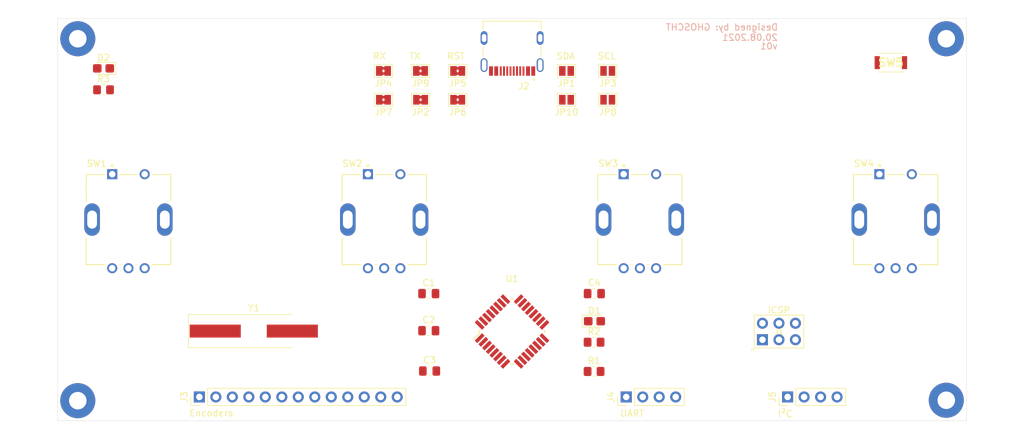
<source format=kicad_pcb>
(kicad_pcb (version 20171130) (host pcbnew "(5.1.10)-1")

  (general
    (thickness 1.6)
    (drawings 16)
    (tracks 0)
    (zones 0)
    (modules 35)
    (nets 41)
  )

  (page A4)
  (title_block
    (title "LightControl Console")
    (date 2021-08-19)
    (rev v01)
    (comment 4 "Author: GHOSCHT")
  )

  (layers
    (0 F.Cu signal)
    (31 B.Cu signal)
    (32 B.Adhes user)
    (33 F.Adhes user)
    (34 B.Paste user)
    (35 F.Paste user)
    (36 B.SilkS user)
    (37 F.SilkS user)
    (38 B.Mask user)
    (39 F.Mask user)
    (40 Dwgs.User user)
    (41 Cmts.User user)
    (42 Eco1.User user)
    (43 Eco2.User user)
    (44 Edge.Cuts user)
    (45 Margin user)
    (46 B.CrtYd user)
    (47 F.CrtYd user)
    (48 B.Fab user)
    (49 F.Fab user)
  )

  (setup
    (last_trace_width 0.25)
    (user_trace_width 0.3)
    (trace_clearance 0.2)
    (zone_clearance 0.508)
    (zone_45_only no)
    (trace_min 0.2)
    (via_size 0.8)
    (via_drill 0.4)
    (via_min_size 0.4)
    (via_min_drill 0.3)
    (uvia_size 0.3)
    (uvia_drill 0.1)
    (uvias_allowed no)
    (uvia_min_size 0.2)
    (uvia_min_drill 0.1)
    (edge_width 0.05)
    (segment_width 0.2)
    (pcb_text_width 0.3)
    (pcb_text_size 1.5 1.5)
    (mod_edge_width 0.12)
    (mod_text_size 1 1)
    (mod_text_width 0.15)
    (pad_size 1.524 1.524)
    (pad_drill 0.762)
    (pad_to_mask_clearance 0)
    (aux_axis_origin 0 0)
    (visible_elements 7FFFF7FF)
    (pcbplotparams
      (layerselection 0x010fc_ffffffff)
      (usegerberextensions false)
      (usegerberattributes true)
      (usegerberadvancedattributes true)
      (creategerberjobfile true)
      (excludeedgelayer true)
      (linewidth 0.100000)
      (plotframeref false)
      (viasonmask false)
      (mode 1)
      (useauxorigin false)
      (hpglpennumber 1)
      (hpglpenspeed 20)
      (hpglpendiameter 15.000000)
      (psnegative false)
      (psa4output false)
      (plotreference true)
      (plotvalue true)
      (plotinvisibletext false)
      (padsonsilk false)
      (subtractmaskfromsilk false)
      (outputformat 1)
      (mirror false)
      (drillshape 1)
      (scaleselection 1)
      (outputdirectory ""))
  )

  (net 0 "")
  (net 1 "Net-(U1-Pad19)")
  (net 2 "Net-(U1-Pad20)")
  (net 3 "Net-(U1-Pad22)")
  (net 4 GND)
  (net 5 VCC)
  (net 6 XTAL1)
  (net 7 XTAL2)
  (net 8 "Net-(D1-Pad2)")
  (net 9 MOSI)
  (net 10 SCK)
  (net 11 MISO)
  (net 12 RST)
  (net 13 "Net-(J2-PadA6)")
  (net 14 "Net-(J2-PadB7)")
  (net 15 "Net-(J2-PadA5)")
  (net 16 "Net-(J2-PadB8)")
  (net 17 "Net-(J2-PadA7)")
  (net 18 "Net-(J2-PadB6)")
  (net 19 "Net-(J2-PadA8)")
  (net 20 "Net-(J2-PadB5)")
  (net 21 BTN4)
  (net 22 BTN3)
  (net 23 BTN2)
  (net 24 BTN1)
  (net 25 ENC4B)
  (net 26 ENC4A)
  (net 27 ENC3B)
  (net 28 ENC3A)
  (net 29 ENC2B)
  (net 30 ENC2A)
  (net 31 ENC1B)
  (net 32 ENC1A)
  (net 33 TX)
  (net 34 RX)
  (net 35 SDA)
  (net 36 SCL)
  (net 37 "Net-(D2-Pad2)")
  (net 38 LED)
  (net 39 "Net-(U1-Pad3)")
  (net 40 "Net-(U1-Pad6)")

  (net_class Default "This is the default net class."
    (clearance 0.2)
    (trace_width 0.25)
    (via_dia 0.8)
    (via_drill 0.4)
    (uvia_dia 0.3)
    (uvia_drill 0.1)
    (add_net BTN1)
    (add_net BTN2)
    (add_net BTN3)
    (add_net BTN4)
    (add_net ENC1A)
    (add_net ENC1B)
    (add_net ENC2A)
    (add_net ENC2B)
    (add_net ENC3A)
    (add_net ENC3B)
    (add_net ENC4A)
    (add_net ENC4B)
    (add_net GND)
    (add_net LED)
    (add_net MISO)
    (add_net MOSI)
    (add_net "Net-(D1-Pad2)")
    (add_net "Net-(D2-Pad2)")
    (add_net "Net-(J2-PadA5)")
    (add_net "Net-(J2-PadA6)")
    (add_net "Net-(J2-PadA7)")
    (add_net "Net-(J2-PadA8)")
    (add_net "Net-(J2-PadB5)")
    (add_net "Net-(J2-PadB6)")
    (add_net "Net-(J2-PadB7)")
    (add_net "Net-(J2-PadB8)")
    (add_net "Net-(U1-Pad19)")
    (add_net "Net-(U1-Pad20)")
    (add_net "Net-(U1-Pad22)")
    (add_net "Net-(U1-Pad3)")
    (add_net "Net-(U1-Pad6)")
    (add_net RST)
    (add_net RX)
    (add_net SCK)
    (add_net SCL)
    (add_net SDA)
    (add_net TX)
    (add_net VCC)
    (add_net XTAL1)
    (add_net XTAL2)
  )

  (module MountingHole:MountingHole_2.7mm_M2.5_Pad (layer F.Cu) (tedit 56D1B4CB) (tstamp 611EE6FA)
    (at 213.131 123.634)
    (descr "Mounting Hole 2.7mm, M2.5")
    (tags "mounting hole 2.7mm m2.5")
    (attr virtual)
    (fp_text reference PAD4 (at 0 -3.7) (layer F.SilkS) hide
      (effects (font (size 1 1) (thickness 0.15)))
    )
    (fp_text value MountingHole_2.7mm_M2.5_Pad (at 0 3.7) (layer F.Fab)
      (effects (font (size 1 1) (thickness 0.15)))
    )
    (fp_circle (center 0 0) (end 2.7 0) (layer Cmts.User) (width 0.15))
    (fp_circle (center 0 0) (end 2.95 0) (layer F.CrtYd) (width 0.05))
    (fp_text user %R (at 0.3 0) (layer F.Fab)
      (effects (font (size 1 1) (thickness 0.15)))
    )
    (pad 1 thru_hole circle (at 0 0) (size 5.4 5.4) (drill 2.7) (layers *.Cu *.Mask))
  )

  (module MountingHole:MountingHole_2.7mm_M2.5_Pad (layer F.Cu) (tedit 56D1B4CB) (tstamp 611EE6FA)
    (at 79.35 123.698)
    (descr "Mounting Hole 2.7mm, M2.5")
    (tags "mounting hole 2.7mm m2.5")
    (attr virtual)
    (fp_text reference PAD3 (at 0 -3.7) (layer F.SilkS) hide
      (effects (font (size 1 1) (thickness 0.15)))
    )
    (fp_text value MountingHole_2.7mm_M2.5_Pad (at 0 3.7) (layer F.Fab)
      (effects (font (size 1 1) (thickness 0.15)))
    )
    (fp_circle (center 0 0) (end 2.7 0) (layer Cmts.User) (width 0.15))
    (fp_circle (center 0 0) (end 2.95 0) (layer F.CrtYd) (width 0.05))
    (fp_text user %R (at 0.3 0) (layer F.Fab)
      (effects (font (size 1 1) (thickness 0.15)))
    )
    (pad 1 thru_hole circle (at 0 0) (size 5.4 5.4) (drill 2.7) (layers *.Cu *.Mask))
  )

  (module MountingHole:MountingHole_2.7mm_M2.5_Pad (layer F.Cu) (tedit 56D1B4CB) (tstamp 611EE6FA)
    (at 213.131 67.8815)
    (descr "Mounting Hole 2.7mm, M2.5")
    (tags "mounting hole 2.7mm m2.5")
    (attr virtual)
    (fp_text reference PAD2 (at 0 -3.7) (layer F.SilkS) hide
      (effects (font (size 1 1) (thickness 0.15)))
    )
    (fp_text value MountingHole_2.7mm_M2.5_Pad (at 0 3.7) (layer F.Fab)
      (effects (font (size 1 1) (thickness 0.15)))
    )
    (fp_circle (center 0 0) (end 2.7 0) (layer Cmts.User) (width 0.15))
    (fp_circle (center 0 0) (end 2.95 0) (layer F.CrtYd) (width 0.05))
    (fp_text user %R (at 0.3 0) (layer F.Fab)
      (effects (font (size 1 1) (thickness 0.15)))
    )
    (pad 1 thru_hole circle (at 0 0) (size 5.4 5.4) (drill 2.7) (layers *.Cu *.Mask))
  )

  (module MountingHole:MountingHole_2.7mm_M2.5_Pad (layer F.Cu) (tedit 56D1B4CB) (tstamp 611EE6F1)
    (at 79.35 67.8815)
    (descr "Mounting Hole 2.7mm, M2.5")
    (tags "mounting hole 2.7mm m2.5")
    (attr virtual)
    (fp_text reference PAD1 (at 0 -3.7) (layer F.SilkS) hide
      (effects (font (size 1 1) (thickness 0.15)))
    )
    (fp_text value MountingHole_2.7mm_M2.5_Pad (at 0 3.7) (layer F.Fab)
      (effects (font (size 1 1) (thickness 0.15)))
    )
    (fp_circle (center 0 0) (end 2.7 0) (layer Cmts.User) (width 0.15))
    (fp_circle (center 0 0) (end 2.95 0) (layer F.CrtYd) (width 0.05))
    (fp_text user %R (at 0.3 0) (layer F.Fab)
      (effects (font (size 1 1) (thickness 0.15)))
    )
    (pad 1 thru_hole circle (at 0 0) (size 5.4 5.4) (drill 2.7) (layers *.Cu *.Mask))
  )

  (module Capacitor_SMD:C_0805_2012Metric_Pad1.18x1.45mm_HandSolder (layer F.Cu) (tedit 5F68FEEF) (tstamp 611E907C)
    (at 133.414 107.188)
    (descr "Capacitor SMD 0805 (2012 Metric), square (rectangular) end terminal, IPC_7351 nominal with elongated pad for handsoldering. (Body size source: IPC-SM-782 page 76, https://www.pcb-3d.com/wordpress/wp-content/uploads/ipc-sm-782a_amendment_1_and_2.pdf, https://docs.google.com/spreadsheets/d/1BsfQQcO9C6DZCsRaXUlFlo91Tg2WpOkGARC1WS5S8t0/edit?usp=sharing), generated with kicad-footprint-generator")
    (tags "capacitor handsolder")
    (path /6113DC2F)
    (attr smd)
    (fp_text reference C1 (at 0 -1.68) (layer F.SilkS)
      (effects (font (size 1 1) (thickness 0.15)))
    )
    (fp_text value 22p (at 0 1.68) (layer F.Fab)
      (effects (font (size 1 1) (thickness 0.15)))
    )
    (fp_line (start 1.88 0.98) (end -1.88 0.98) (layer F.CrtYd) (width 0.05))
    (fp_line (start 1.88 -0.98) (end 1.88 0.98) (layer F.CrtYd) (width 0.05))
    (fp_line (start -1.88 -0.98) (end 1.88 -0.98) (layer F.CrtYd) (width 0.05))
    (fp_line (start -1.88 0.98) (end -1.88 -0.98) (layer F.CrtYd) (width 0.05))
    (fp_line (start -0.261252 0.735) (end 0.261252 0.735) (layer F.SilkS) (width 0.12))
    (fp_line (start -0.261252 -0.735) (end 0.261252 -0.735) (layer F.SilkS) (width 0.12))
    (fp_line (start 1 0.625) (end -1 0.625) (layer F.Fab) (width 0.1))
    (fp_line (start 1 -0.625) (end 1 0.625) (layer F.Fab) (width 0.1))
    (fp_line (start -1 -0.625) (end 1 -0.625) (layer F.Fab) (width 0.1))
    (fp_line (start -1 0.625) (end -1 -0.625) (layer F.Fab) (width 0.1))
    (fp_text user %R (at 0 0) (layer F.Fab)
      (effects (font (size 0.5 0.5) (thickness 0.08)))
    )
    (pad 1 smd roundrect (at -1.0375 0) (size 1.175 1.45) (layers F.Cu F.Paste F.Mask) (roundrect_rratio 0.212766)
      (net 6 XTAL1))
    (pad 2 smd roundrect (at 1.0375 0) (size 1.175 1.45) (layers F.Cu F.Paste F.Mask) (roundrect_rratio 0.212766)
      (net 4 GND))
    (model ${KISYS3DMOD}/Capacitor_SMD.3dshapes/C_0805_2012Metric.wrl
      (at (xyz 0 0 0))
      (scale (xyz 1 1 1))
      (rotate (xyz 0 0 0))
    )
  )

  (module Jumper:SolderJumper-2_P1.3mm_Open_Pad1.0x1.5mm (layer F.Cu) (tedit 5A3EABFC) (tstamp 611F681F)
    (at 160.985 77.2922)
    (descr "SMD Solder Jumper, 1x1.5mm Pads, 0.3mm gap, open")
    (tags "solder jumper open")
    (path /611A3587)
    (attr virtual)
    (fp_text reference JP8 (at 0 1.905) (layer F.SilkS)
      (effects (font (size 1 1) (thickness 0.15)))
    )
    (fp_text value SolderJumper (at 8.636 -0.889) (layer F.Fab)
      (effects (font (size 1 1) (thickness 0.15)))
    )
    (fp_line (start 1.65 1.25) (end -1.65 1.25) (layer F.CrtYd) (width 0.05))
    (fp_line (start 1.65 1.25) (end 1.65 -1.25) (layer F.CrtYd) (width 0.05))
    (fp_line (start -1.65 -1.25) (end -1.65 1.25) (layer F.CrtYd) (width 0.05))
    (fp_line (start -1.65 -1.25) (end 1.65 -1.25) (layer F.CrtYd) (width 0.05))
    (fp_line (start -1.4 -1) (end 1.4 -1) (layer F.SilkS) (width 0.12))
    (fp_line (start 1.4 -1) (end 1.4 1) (layer F.SilkS) (width 0.12))
    (fp_line (start 1.4 1) (end -1.4 1) (layer F.SilkS) (width 0.12))
    (fp_line (start -1.4 1) (end -1.4 -1) (layer F.SilkS) (width 0.12))
    (pad 2 smd rect (at 0.65 0) (size 1 1.5) (layers F.Cu F.Mask)
      (net 36 SCL))
    (pad 1 smd rect (at -0.65 0) (size 1 1.5) (layers F.Cu F.Mask)
      (net 14 "Net-(J2-PadB7)"))
  )

  (module AVR-ISP:AVR-ISP (layer F.Cu) (tedit 611E649A) (tstamp 611E7B2B)
    (at 187.356 113.03)
    (path /61134728)
    (fp_text reference J1 (at 0 0) (layer F.SilkS)
      (effects (font (size 0.787402 0.787402) (thickness 0.15)))
    )
    (fp_text value AVR-ISP-6 (at 0 0) (layer F.Fab)
      (effects (font (size 0.787402 0.787402) (thickness 0.15)))
    )
    (fp_line (start -3.81 -2.54) (end 3.81 -2.54) (layer F.SilkS) (width 0.127))
    (fp_line (start 3.81 -2.54) (end 3.81 2.54) (layer F.SilkS) (width 0.127))
    (fp_line (start 3.81 2.54) (end -3.81 2.54) (layer F.SilkS) (width 0.127))
    (fp_line (start -3.81 2.54) (end -3.81 -2.54) (layer F.SilkS) (width 0.127))
    (fp_circle (center -4.064 2.794) (end -3.964 2.794) (layer F.SilkS) (width 0.2))
    (fp_text user ICSP (at 0 -3.302) (layer F.SilkS)
      (effects (font (size 1 1) (thickness 0.15)))
    )
    (pad 6 thru_hole circle (at 2.54 -1.27) (size 1.7 1.7) (drill 1) (layers *.Cu *.Mask)
      (net 4 GND))
    (pad 5 thru_hole circle (at 2.54 1.27) (size 1.7 1.7) (drill 1) (layers *.Cu *.Mask)
      (net 12 RST))
    (pad 1 thru_hole rect (at -2.54 1.27) (size 1.7 1.7) (drill 1) (layers *.Cu *.Mask)
      (net 11 MISO))
    (pad 2 thru_hole circle (at -2.54 -1.27) (size 1.7 1.7) (drill 1) (layers *.Cu *.Mask)
      (net 5 VCC))
    (pad 3 thru_hole circle (at 0 1.27) (size 1.7 1.7) (drill 1) (layers *.Cu *.Mask)
      (net 10 SCK))
    (pad 4 thru_hole circle (at 0 -1.27) (size 1.7 1.7) (drill 1) (layers *.Cu *.Mask)
      (net 9 MOSI))
    (model ${KISYS3DMOD}/Connector_PinHeader_2.54mm.3dshapes/PinHeader_2x03_P2.54mm_Vertical.step
      (offset (xyz -2.5 -1.3 0))
      (scale (xyz 1 1 1))
      (rotate (xyz 0 0 -90))
    )
  )

  (module Capacitor_SMD:C_0805_2012Metric_Pad1.18x1.45mm_HandSolder (layer F.Cu) (tedit 5F68FEEF) (tstamp 611E90DD)
    (at 133.414 112.904)
    (descr "Capacitor SMD 0805 (2012 Metric), square (rectangular) end terminal, IPC_7351 nominal with elongated pad for handsoldering. (Body size source: IPC-SM-782 page 76, https://www.pcb-3d.com/wordpress/wp-content/uploads/ipc-sm-782a_amendment_1_and_2.pdf, https://docs.google.com/spreadsheets/d/1BsfQQcO9C6DZCsRaXUlFlo91Tg2WpOkGARC1WS5S8t0/edit?usp=sharing), generated with kicad-footprint-generator")
    (tags "capacitor handsolder")
    (path /611448F1)
    (attr smd)
    (fp_text reference C2 (at 0 -1.68) (layer F.SilkS)
      (effects (font (size 1 1) (thickness 0.15)))
    )
    (fp_text value 22p (at 0 1.68) (layer F.Fab)
      (effects (font (size 1 1) (thickness 0.15)))
    )
    (fp_line (start -1 0.625) (end -1 -0.625) (layer F.Fab) (width 0.1))
    (fp_line (start -1 -0.625) (end 1 -0.625) (layer F.Fab) (width 0.1))
    (fp_line (start 1 -0.625) (end 1 0.625) (layer F.Fab) (width 0.1))
    (fp_line (start 1 0.625) (end -1 0.625) (layer F.Fab) (width 0.1))
    (fp_line (start -0.261252 -0.735) (end 0.261252 -0.735) (layer F.SilkS) (width 0.12))
    (fp_line (start -0.261252 0.735) (end 0.261252 0.735) (layer F.SilkS) (width 0.12))
    (fp_line (start -1.88 0.98) (end -1.88 -0.98) (layer F.CrtYd) (width 0.05))
    (fp_line (start -1.88 -0.98) (end 1.88 -0.98) (layer F.CrtYd) (width 0.05))
    (fp_line (start 1.88 -0.98) (end 1.88 0.98) (layer F.CrtYd) (width 0.05))
    (fp_line (start 1.88 0.98) (end -1.88 0.98) (layer F.CrtYd) (width 0.05))
    (fp_text user %R (at 0 0) (layer F.Fab)
      (effects (font (size 0.5 0.5) (thickness 0.08)))
    )
    (pad 2 smd roundrect (at 1.0375 0) (size 1.175 1.45) (layers F.Cu F.Paste F.Mask) (roundrect_rratio 0.212766)
      (net 4 GND))
    (pad 1 smd roundrect (at -1.0375 0) (size 1.175 1.45) (layers F.Cu F.Paste F.Mask) (roundrect_rratio 0.212766)
      (net 7 XTAL2))
    (model ${KISYS3DMOD}/Capacitor_SMD.3dshapes/C_0805_2012Metric.wrl
      (at (xyz 0 0 0))
      (scale (xyz 1 1 1))
      (rotate (xyz 0 0 0))
    )
  )

  (module SKRKAEE020:SKRKAEE020 (layer F.Cu) (tedit 0) (tstamp 611F7678)
    (at 204.594 71.5645)
    (descr SKRKAEE020)
    (tags Switch)
    (path /6132D0B4)
    (attr smd)
    (fp_text reference SW5 (at 0 0) (layer F.SilkS)
      (effects (font (size 1.27 1.27) (thickness 0.254)))
    )
    (fp_text value SW_Push (at 0 0) (layer F.SilkS) hide
      (effects (font (size 1.27 1.27) (thickness 0.254)))
    )
    (fp_line (start -1.95 -1.45) (end 1.95 -1.45) (layer F.SilkS) (width 0.1))
    (fp_line (start -1.95 1.45) (end 1.95 1.45) (layer F.SilkS) (width 0.1))
    (fp_line (start -3.5 2.45) (end -3.5 -2.45) (layer F.CrtYd) (width 0.1))
    (fp_line (start 3.5 2.45) (end -3.5 2.45) (layer F.CrtYd) (width 0.1))
    (fp_line (start 3.5 -2.45) (end 3.5 2.45) (layer F.CrtYd) (width 0.1))
    (fp_line (start -3.5 -2.45) (end 3.5 -2.45) (layer F.CrtYd) (width 0.1))
    (fp_line (start -1.95 1.45) (end -1.95 -1.45) (layer F.Fab) (width 0.2))
    (fp_line (start 1.95 1.45) (end -1.95 1.45) (layer F.Fab) (width 0.2))
    (fp_line (start 1.95 -1.45) (end 1.95 1.45) (layer F.Fab) (width 0.2))
    (fp_line (start -1.95 -1.45) (end 1.95 -1.45) (layer F.Fab) (width 0.2))
    (fp_text user %R (at 0 0) (layer F.Fab)
      (effects (font (size 1.27 1.27) (thickness 0.254)))
    )
    (pad 1 smd rect (at -2.1 0) (size 0.8 2) (layers F.Cu F.Paste F.Mask)
      (net 12 RST))
    (pad 2 smd rect (at 2.1 0) (size 0.8 2) (layers F.Cu F.Paste F.Mask)
      (net 4 GND))
    (model ${KIPRJMOD}/Libraries/SKRKAEE020.models/SKRKAEE020.stp
      (offset (xyz 0 0 0.7499999887361273))
      (scale (xyz 1 1 1))
      (rotate (xyz -90 0 0))
    )
  )

  (module Resistor_SMD:R_0805_2012Metric_Pad1.20x1.40mm_HandSolder (layer F.Cu) (tedit 5F68FEEE) (tstamp 611F7824)
    (at 158.877 114.682)
    (descr "Resistor SMD 0805 (2012 Metric), square (rectangular) end terminal, IPC_7351 nominal with elongated pad for handsoldering. (Body size source: IPC-SM-782 page 72, https://www.pcb-3d.com/wordpress/wp-content/uploads/ipc-sm-782a_amendment_1_and_2.pdf), generated with kicad-footprint-generator")
    (tags "resistor handsolder")
    (path /6114AFDD)
    (attr smd)
    (fp_text reference R2 (at 0 -1.65) (layer F.SilkS)
      (effects (font (size 1 1) (thickness 0.15)))
    )
    (fp_text value 200 (at 0 1.65) (layer F.Fab)
      (effects (font (size 1 1) (thickness 0.15)))
    )
    (fp_line (start 1.85 0.95) (end -1.85 0.95) (layer F.CrtYd) (width 0.05))
    (fp_line (start 1.85 -0.95) (end 1.85 0.95) (layer F.CrtYd) (width 0.05))
    (fp_line (start -1.85 -0.95) (end 1.85 -0.95) (layer F.CrtYd) (width 0.05))
    (fp_line (start -1.85 0.95) (end -1.85 -0.95) (layer F.CrtYd) (width 0.05))
    (fp_line (start -0.227064 0.735) (end 0.227064 0.735) (layer F.SilkS) (width 0.12))
    (fp_line (start -0.227064 -0.735) (end 0.227064 -0.735) (layer F.SilkS) (width 0.12))
    (fp_line (start 1 0.625) (end -1 0.625) (layer F.Fab) (width 0.1))
    (fp_line (start 1 -0.625) (end 1 0.625) (layer F.Fab) (width 0.1))
    (fp_line (start -1 -0.625) (end 1 -0.625) (layer F.Fab) (width 0.1))
    (fp_line (start -1 0.625) (end -1 -0.625) (layer F.Fab) (width 0.1))
    (fp_text user %R (at 0 0) (layer F.Fab)
      (effects (font (size 0.5 0.5) (thickness 0.08)))
    )
    (pad 1 smd roundrect (at -1 0) (size 1.2 1.4) (layers F.Cu F.Paste F.Mask) (roundrect_rratio 0.208333)
      (net 8 "Net-(D1-Pad2)"))
    (pad 2 smd roundrect (at 1 0) (size 1.2 1.4) (layers F.Cu F.Paste F.Mask) (roundrect_rratio 0.208333)
      (net 5 VCC))
    (model ${KISYS3DMOD}/Resistor_SMD.3dshapes/R_0805_2012Metric.wrl
      (at (xyz 0 0 0))
      (scale (xyz 1 1 1))
      (rotate (xyz 0 0 0))
    )
  )

  (module Connector_PinHeader_2.54mm:PinHeader_1x04_P2.54mm_Vertical (layer F.Cu) (tedit 59FED5CC) (tstamp 611F0675)
    (at 163.83 123.126 90)
    (descr "Through hole straight pin header, 1x04, 2.54mm pitch, single row")
    (tags "Through hole pin header THT 1x04 2.54mm single row")
    (path /613031C0)
    (fp_text reference J4 (at 0 -2.33 90) (layer F.SilkS)
      (effects (font (size 1 1) (thickness 0.15)))
    )
    (fp_text value Conn_01x04 (at 2.667 4.191) (layer F.Fab)
      (effects (font (size 1 1) (thickness 0.15)))
    )
    (fp_line (start -0.635 -1.27) (end 1.27 -1.27) (layer F.Fab) (width 0.1))
    (fp_line (start 1.27 -1.27) (end 1.27 8.89) (layer F.Fab) (width 0.1))
    (fp_line (start 1.27 8.89) (end -1.27 8.89) (layer F.Fab) (width 0.1))
    (fp_line (start -1.27 8.89) (end -1.27 -0.635) (layer F.Fab) (width 0.1))
    (fp_line (start -1.27 -0.635) (end -0.635 -1.27) (layer F.Fab) (width 0.1))
    (fp_line (start -1.33 8.95) (end 1.33 8.95) (layer F.SilkS) (width 0.12))
    (fp_line (start -1.33 1.27) (end -1.33 8.95) (layer F.SilkS) (width 0.12))
    (fp_line (start 1.33 1.27) (end 1.33 8.95) (layer F.SilkS) (width 0.12))
    (fp_line (start -1.33 1.27) (end 1.33 1.27) (layer F.SilkS) (width 0.12))
    (fp_line (start -1.33 0) (end -1.33 -1.33) (layer F.SilkS) (width 0.12))
    (fp_line (start -1.33 -1.33) (end 0 -1.33) (layer F.SilkS) (width 0.12))
    (fp_line (start -1.8 -1.8) (end -1.8 9.4) (layer F.CrtYd) (width 0.05))
    (fp_line (start -1.8 9.4) (end 1.8 9.4) (layer F.CrtYd) (width 0.05))
    (fp_line (start 1.8 9.4) (end 1.8 -1.8) (layer F.CrtYd) (width 0.05))
    (fp_line (start 1.8 -1.8) (end -1.8 -1.8) (layer F.CrtYd) (width 0.05))
    (fp_text user %R (at 0 3.81) (layer F.Fab)
      (effects (font (size 1 1) (thickness 0.15)))
    )
    (pad 4 thru_hole oval (at 0 7.62 90) (size 1.7 1.7) (drill 1) (layers *.Cu *.Mask)
      (net 12 RST))
    (pad 3 thru_hole oval (at 0 5.08 90) (size 1.7 1.7) (drill 1) (layers *.Cu *.Mask)
      (net 33 TX))
    (pad 2 thru_hole oval (at 0 2.54 90) (size 1.7 1.7) (drill 1) (layers *.Cu *.Mask)
      (net 34 RX))
    (pad 1 thru_hole rect (at 0 0 90) (size 1.7 1.7) (drill 1) (layers *.Cu *.Mask)
      (net 4 GND))
  )

  (module Jumper:SolderJumper-2_P1.3mm_Open_Pad1.0x1.5mm (layer F.Cu) (tedit 5A3EABFC) (tstamp 611F672F)
    (at 154.635 72.8472 180)
    (descr "SMD Solder Jumper, 1x1.5mm Pads, 0.3mm gap, open")
    (tags "solder jumper open")
    (path /6113282A)
    (attr virtual)
    (fp_text reference JP1 (at 0 -1.905) (layer F.SilkS)
      (effects (font (size 1 1) (thickness 0.15)))
    )
    (fp_text value SolderJumper (at -14.986 0.762) (layer F.Fab)
      (effects (font (size 1 1) (thickness 0.15)))
    )
    (fp_line (start -1.4 1) (end -1.4 -1) (layer F.SilkS) (width 0.12))
    (fp_line (start 1.4 1) (end -1.4 1) (layer F.SilkS) (width 0.12))
    (fp_line (start 1.4 -1) (end 1.4 1) (layer F.SilkS) (width 0.12))
    (fp_line (start -1.4 -1) (end 1.4 -1) (layer F.SilkS) (width 0.12))
    (fp_line (start -1.65 -1.25) (end 1.65 -1.25) (layer F.CrtYd) (width 0.05))
    (fp_line (start -1.65 -1.25) (end -1.65 1.25) (layer F.CrtYd) (width 0.05))
    (fp_line (start 1.65 1.25) (end 1.65 -1.25) (layer F.CrtYd) (width 0.05))
    (fp_line (start 1.65 1.25) (end -1.65 1.25) (layer F.CrtYd) (width 0.05))
    (pad 1 smd rect (at -0.65 0 180) (size 1 1.5) (layers F.Cu F.Mask)
      (net 35 SDA))
    (pad 2 smd rect (at 0.65 0 180) (size 1 1.5) (layers F.Cu F.Mask)
      (net 13 "Net-(J2-PadA6)"))
  )

  (module Jumper:SolderJumper-2_P1.3mm_Open_Pad1.0x1.5mm (layer F.Cu) (tedit 5A3EABFC) (tstamp 611F67F8)
    (at 160.985 72.8472 180)
    (descr "SMD Solder Jumper, 1x1.5mm Pads, 0.3mm gap, open")
    (tags "solder jumper open")
    (path /6118262C)
    (attr virtual)
    (fp_text reference JP3 (at 0 -1.905) (layer F.SilkS)
      (effects (font (size 1 1) (thickness 0.15)))
    )
    (fp_text value SolderJumper (at -8.636 -0.762) (layer F.Fab)
      (effects (font (size 1 1) (thickness 0.15)))
    )
    (fp_line (start 1.65 1.25) (end -1.65 1.25) (layer F.CrtYd) (width 0.05))
    (fp_line (start 1.65 1.25) (end 1.65 -1.25) (layer F.CrtYd) (width 0.05))
    (fp_line (start -1.65 -1.25) (end -1.65 1.25) (layer F.CrtYd) (width 0.05))
    (fp_line (start -1.65 -1.25) (end 1.65 -1.25) (layer F.CrtYd) (width 0.05))
    (fp_line (start -1.4 -1) (end 1.4 -1) (layer F.SilkS) (width 0.12))
    (fp_line (start 1.4 -1) (end 1.4 1) (layer F.SilkS) (width 0.12))
    (fp_line (start 1.4 1) (end -1.4 1) (layer F.SilkS) (width 0.12))
    (fp_line (start -1.4 1) (end -1.4 -1) (layer F.SilkS) (width 0.12))
    (pad 2 smd rect (at 0.65 0 180) (size 1 1.5) (layers F.Cu F.Mask)
      (net 17 "Net-(J2-PadA7)"))
    (pad 1 smd rect (at -0.65 0 180) (size 1 1.5) (layers F.Cu F.Mask)
      (net 36 SCL))
  )

  (module Jumper:SolderJumper-2_P1.3mm_Open_Pad1.0x1.5mm (layer F.Cu) (tedit 5A3EABFC) (tstamp 611F67D1)
    (at 154.635 77.2922)
    (descr "SMD Solder Jumper, 1x1.5mm Pads, 0.3mm gap, open")
    (tags "solder jumper open")
    (path /611A3577)
    (attr virtual)
    (fp_text reference JP10 (at 0 1.905) (layer F.SilkS)
      (effects (font (size 1 1) (thickness 0.15)))
    )
    (fp_text value SolderJumper (at 14.986 -2.286) (layer F.Fab)
      (effects (font (size 1 1) (thickness 0.15)))
    )
    (fp_line (start 1.65 1.25) (end -1.65 1.25) (layer F.CrtYd) (width 0.05))
    (fp_line (start 1.65 1.25) (end 1.65 -1.25) (layer F.CrtYd) (width 0.05))
    (fp_line (start -1.65 -1.25) (end -1.65 1.25) (layer F.CrtYd) (width 0.05))
    (fp_line (start -1.65 -1.25) (end 1.65 -1.25) (layer F.CrtYd) (width 0.05))
    (fp_line (start -1.4 -1) (end 1.4 -1) (layer F.SilkS) (width 0.12))
    (fp_line (start 1.4 -1) (end 1.4 1) (layer F.SilkS) (width 0.12))
    (fp_line (start 1.4 1) (end -1.4 1) (layer F.SilkS) (width 0.12))
    (fp_line (start -1.4 1) (end -1.4 -1) (layer F.SilkS) (width 0.12))
    (pad 2 smd rect (at 0.65 0) (size 1 1.5) (layers F.Cu F.Mask)
      (net 35 SDA))
    (pad 1 smd rect (at -0.65 0) (size 1 1.5) (layers F.Cu F.Mask)
      (net 18 "Net-(J2-PadB6)"))
  )

  (module Jumper:SolderJumper-2_P1.3mm_Bridged2Bar_Pad1.0x1.5mm (layer F.Cu) (tedit 5C756A82) (tstamp 611F6875)
    (at 132.156 77.2922)
    (descr "SMD Solder Jumper, 1x1.5mm Pads, 0.3mm gap, bridged with 2 copper strips")
    (tags "solder jumper open")
    (path /611AC9C3)
    (attr virtual)
    (fp_text reference JP2 (at 0 1.905) (layer F.SilkS)
      (effects (font (size 1 1) (thickness 0.15)))
    )
    (fp_text value SolderJumper_Bridged (at -16.256 -3.937) (layer F.Fab)
      (effects (font (size 1 1) (thickness 0.15)))
    )
    (fp_line (start -1.4 1) (end -1.4 -1) (layer F.SilkS) (width 0.12))
    (fp_line (start 1.4 1) (end -1.4 1) (layer F.SilkS) (width 0.12))
    (fp_line (start 1.4 -1) (end 1.4 1) (layer F.SilkS) (width 0.12))
    (fp_line (start -1.4 -1) (end 1.4 -1) (layer F.SilkS) (width 0.12))
    (fp_line (start -1.65 -1.25) (end 1.65 -1.25) (layer F.CrtYd) (width 0.05))
    (fp_line (start -1.65 -1.25) (end -1.65 1.25) (layer F.CrtYd) (width 0.05))
    (fp_line (start 1.65 1.25) (end 1.65 -1.25) (layer F.CrtYd) (width 0.05))
    (fp_line (start 1.65 1.25) (end -1.65 1.25) (layer F.CrtYd) (width 0.05))
    (fp_poly (pts (xy -0.25 0.2) (xy 0.25 0.2) (xy 0.25 0.6) (xy -0.25 0.6)) (layer F.Cu) (width 0))
    (fp_poly (pts (xy -0.25 -0.6) (xy 0.25 -0.6) (xy 0.25 -0.2) (xy -0.25 -0.2)) (layer F.Cu) (width 0))
    (pad 2 smd rect (at 0.65 0) (size 1 1.5) (layers F.Cu F.Mask)
      (net 13 "Net-(J2-PadA6)"))
    (pad 1 smd rect (at -0.65 0) (size 1 1.5) (layers F.Cu F.Mask)
      (net 33 TX))
  )

  (module Jumper:SolderJumper-2_P1.3mm_Bridged2Bar_Pad1.0x1.5mm (layer F.Cu) (tedit 5C756A82) (tstamp 611F6929)
    (at 132.141 72.8472 180)
    (descr "SMD Solder Jumper, 1x1.5mm Pads, 0.3mm gap, bridged with 2 copper strips")
    (tags "solder jumper open")
    (path /611B0A60)
    (attr virtual)
    (fp_text reference JP9 (at 0 -1.905) (layer F.SilkS)
      (effects (font (size 1 1) (thickness 0.15)))
    )
    (fp_text value SolderJumper_Bridged (at 16.241 2.54) (layer F.Fab)
      (effects (font (size 1 1) (thickness 0.15)))
    )
    (fp_line (start -1.4 1) (end -1.4 -1) (layer F.SilkS) (width 0.12))
    (fp_line (start 1.4 1) (end -1.4 1) (layer F.SilkS) (width 0.12))
    (fp_line (start 1.4 -1) (end 1.4 1) (layer F.SilkS) (width 0.12))
    (fp_line (start -1.4 -1) (end 1.4 -1) (layer F.SilkS) (width 0.12))
    (fp_line (start -1.65 -1.25) (end 1.65 -1.25) (layer F.CrtYd) (width 0.05))
    (fp_line (start -1.65 -1.25) (end -1.65 1.25) (layer F.CrtYd) (width 0.05))
    (fp_line (start 1.65 1.25) (end 1.65 -1.25) (layer F.CrtYd) (width 0.05))
    (fp_line (start 1.65 1.25) (end -1.65 1.25) (layer F.CrtYd) (width 0.05))
    (fp_poly (pts (xy -0.25 0.2) (xy 0.25 0.2) (xy 0.25 0.6) (xy -0.25 0.6)) (layer F.Cu) (width 0))
    (fp_poly (pts (xy -0.25 -0.6) (xy 0.25 -0.6) (xy 0.25 -0.2) (xy -0.25 -0.2)) (layer F.Cu) (width 0))
    (pad 2 smd rect (at 0.65 0 180) (size 1 1.5) (layers F.Cu F.Mask)
      (net 33 TX))
    (pad 1 smd rect (at -0.65 0 180) (size 1 1.5) (layers F.Cu F.Mask)
      (net 18 "Net-(J2-PadB6)"))
  )

  (module LED_SMD:LED_0805_2012Metric_Castellated (layer F.Cu) (tedit 5F68FEF1) (tstamp 611F77F0)
    (at 158.94 111.442)
    (descr "LED SMD 0805 (2012 Metric), castellated end terminal, IPC_7351 nominal, (Body size source: https://docs.google.com/spreadsheets/d/1BsfQQcO9C6DZCsRaXUlFlo91Tg2WpOkGARC1WS5S8t0/edit?usp=sharing), generated with kicad-footprint-generator")
    (tags "LED castellated")
    (path /6113FB23)
    (attr smd)
    (fp_text reference D1 (at 0 -1.6) (layer F.SilkS)
      (effects (font (size 1 1) (thickness 0.15)))
    )
    (fp_text value 17-21/BHC-XL2M2TY/3T (at -2.794 6.35 90) (layer F.Fab)
      (effects (font (size 1 1) (thickness 0.15)))
    )
    (fp_line (start 1.88 0.9) (end -1.88 0.9) (layer F.CrtYd) (width 0.05))
    (fp_line (start 1.88 -0.9) (end 1.88 0.9) (layer F.CrtYd) (width 0.05))
    (fp_line (start -1.88 -0.9) (end 1.88 -0.9) (layer F.CrtYd) (width 0.05))
    (fp_line (start -1.88 0.9) (end -1.88 -0.9) (layer F.CrtYd) (width 0.05))
    (fp_line (start -1.885 0.91) (end 1 0.91) (layer F.SilkS) (width 0.12))
    (fp_line (start -1.885 -0.91) (end -1.885 0.91) (layer F.SilkS) (width 0.12))
    (fp_line (start 1 -0.91) (end -1.885 -0.91) (layer F.SilkS) (width 0.12))
    (fp_line (start 1 0.6) (end 1 -0.6) (layer F.Fab) (width 0.1))
    (fp_line (start -1 0.6) (end 1 0.6) (layer F.Fab) (width 0.1))
    (fp_line (start -1 -0.3) (end -1 0.6) (layer F.Fab) (width 0.1))
    (fp_line (start -0.7 -0.6) (end -1 -0.3) (layer F.Fab) (width 0.1))
    (fp_line (start 1 -0.6) (end -0.7 -0.6) (layer F.Fab) (width 0.1))
    (fp_text user %R (at 0 0) (layer F.Fab)
      (effects (font (size 0.5 0.5) (thickness 0.08)))
    )
    (pad 1 smd roundrect (at -0.9625 0) (size 1.325 1.3) (layers F.Cu F.Paste F.Mask) (roundrect_rratio 0.192308)
      (net 4 GND))
    (pad 2 smd roundrect (at 0.9625 0) (size 1.325 1.3) (layers F.Cu F.Paste F.Mask) (roundrect_rratio 0.192308)
      (net 8 "Net-(D1-Pad2)"))
    (model ${KISYS3DMOD}/LED_SMD.3dshapes/LED_0805_2012Metric_Castellated.wrl
      (at (xyz 0 0 0))
      (scale (xyz 1 1 1))
      (rotate (xyz 0 0 0))
    )
  )

  (module Connector_PinHeader_2.54mm:PinHeader_1x13_P2.54mm_Vertical (layer F.Cu) (tedit 59FED5CC) (tstamp 6123E91B)
    (at 98.077 123.126 90)
    (descr "Through hole straight pin header, 1x13, 2.54mm pitch, single row")
    (tags "Through hole pin header THT 1x13 2.54mm single row")
    (path /61285557)
    (fp_text reference J3 (at 0 -2.33 90) (layer F.SilkS)
      (effects (font (size 1 1) (thickness 0.15)))
    )
    (fp_text value Conn_01x13 (at 0 32.81 90) (layer F.Fab)
      (effects (font (size 1 1) (thickness 0.15)))
    )
    (fp_line (start -0.635 -1.27) (end 1.27 -1.27) (layer F.Fab) (width 0.1))
    (fp_line (start 1.27 -1.27) (end 1.27 31.75) (layer F.Fab) (width 0.1))
    (fp_line (start 1.27 31.75) (end -1.27 31.75) (layer F.Fab) (width 0.1))
    (fp_line (start -1.27 31.75) (end -1.27 -0.635) (layer F.Fab) (width 0.1))
    (fp_line (start -1.27 -0.635) (end -0.635 -1.27) (layer F.Fab) (width 0.1))
    (fp_line (start -1.33 31.81) (end 1.33 31.81) (layer F.SilkS) (width 0.12))
    (fp_line (start -1.33 1.27) (end -1.33 31.81) (layer F.SilkS) (width 0.12))
    (fp_line (start 1.33 1.27) (end 1.33 31.81) (layer F.SilkS) (width 0.12))
    (fp_line (start -1.33 1.27) (end 1.33 1.27) (layer F.SilkS) (width 0.12))
    (fp_line (start -1.33 0) (end -1.33 -1.33) (layer F.SilkS) (width 0.12))
    (fp_line (start -1.33 -1.33) (end 0 -1.33) (layer F.SilkS) (width 0.12))
    (fp_line (start -1.8 -1.8) (end -1.8 32.25) (layer F.CrtYd) (width 0.05))
    (fp_line (start -1.8 32.25) (end 1.8 32.25) (layer F.CrtYd) (width 0.05))
    (fp_line (start 1.8 32.25) (end 1.8 -1.8) (layer F.CrtYd) (width 0.05))
    (fp_line (start 1.8 -1.8) (end -1.8 -1.8) (layer F.CrtYd) (width 0.05))
    (fp_text user %R (at 0 15.24) (layer F.Fab)
      (effects (font (size 1 1) (thickness 0.15)))
    )
    (pad 13 thru_hole oval (at 0 30.48 90) (size 1.7 1.7) (drill 1) (layers *.Cu *.Mask)
      (net 21 BTN4))
    (pad 12 thru_hole oval (at 0 27.94 90) (size 1.7 1.7) (drill 1) (layers *.Cu *.Mask)
      (net 22 BTN3))
    (pad 11 thru_hole oval (at 0 25.4 90) (size 1.7 1.7) (drill 1) (layers *.Cu *.Mask)
      (net 23 BTN2))
    (pad 10 thru_hole oval (at 0 22.86 90) (size 1.7 1.7) (drill 1) (layers *.Cu *.Mask)
      (net 24 BTN1))
    (pad 9 thru_hole oval (at 0 20.32 90) (size 1.7 1.7) (drill 1) (layers *.Cu *.Mask)
      (net 25 ENC4B))
    (pad 8 thru_hole oval (at 0 17.78 90) (size 1.7 1.7) (drill 1) (layers *.Cu *.Mask)
      (net 26 ENC4A))
    (pad 7 thru_hole oval (at 0 15.24 90) (size 1.7 1.7) (drill 1) (layers *.Cu *.Mask)
      (net 27 ENC3B))
    (pad 6 thru_hole oval (at 0 12.7 90) (size 1.7 1.7) (drill 1) (layers *.Cu *.Mask)
      (net 28 ENC3A))
    (pad 5 thru_hole oval (at 0 10.16 90) (size 1.7 1.7) (drill 1) (layers *.Cu *.Mask)
      (net 29 ENC2B))
    (pad 4 thru_hole oval (at 0 7.62 90) (size 1.7 1.7) (drill 1) (layers *.Cu *.Mask)
      (net 30 ENC2A))
    (pad 3 thru_hole oval (at 0 5.08 90) (size 1.7 1.7) (drill 1) (layers *.Cu *.Mask)
      (net 31 ENC1B))
    (pad 2 thru_hole oval (at 0 2.54 90) (size 1.7 1.7) (drill 1) (layers *.Cu *.Mask)
      (net 32 ENC1A))
    (pad 1 thru_hole rect (at 0 0 90) (size 1.7 1.7) (drill 1) (layers *.Cu *.Mask)
      (net 4 GND))
  )

  (module Connector_PinHeader_2.54mm:PinHeader_1x04_P2.54mm_Vertical (layer F.Cu) (tedit 59FED5CC) (tstamp 611F068D)
    (at 188.689 123.126 90)
    (descr "Through hole straight pin header, 1x04, 2.54mm pitch, single row")
    (tags "Through hole pin header THT 1x04 2.54mm single row")
    (path /613021A3)
    (fp_text reference J5 (at 0 -2.33 90) (layer F.SilkS)
      (effects (font (size 1 1) (thickness 0.15)))
    )
    (fp_text value Conn_01x04 (at 2.667 4.445) (layer F.Fab)
      (effects (font (size 1 1) (thickness 0.15)))
    )
    (fp_line (start -0.635 -1.27) (end 1.27 -1.27) (layer F.Fab) (width 0.1))
    (fp_line (start 1.27 -1.27) (end 1.27 8.89) (layer F.Fab) (width 0.1))
    (fp_line (start 1.27 8.89) (end -1.27 8.89) (layer F.Fab) (width 0.1))
    (fp_line (start -1.27 8.89) (end -1.27 -0.635) (layer F.Fab) (width 0.1))
    (fp_line (start -1.27 -0.635) (end -0.635 -1.27) (layer F.Fab) (width 0.1))
    (fp_line (start -1.33 8.95) (end 1.33 8.95) (layer F.SilkS) (width 0.12))
    (fp_line (start -1.33 1.27) (end -1.33 8.95) (layer F.SilkS) (width 0.12))
    (fp_line (start 1.33 1.27) (end 1.33 8.95) (layer F.SilkS) (width 0.12))
    (fp_line (start -1.33 1.27) (end 1.33 1.27) (layer F.SilkS) (width 0.12))
    (fp_line (start -1.33 0) (end -1.33 -1.33) (layer F.SilkS) (width 0.12))
    (fp_line (start -1.33 -1.33) (end 0 -1.33) (layer F.SilkS) (width 0.12))
    (fp_line (start -1.8 -1.8) (end -1.8 9.4) (layer F.CrtYd) (width 0.05))
    (fp_line (start -1.8 9.4) (end 1.8 9.4) (layer F.CrtYd) (width 0.05))
    (fp_line (start 1.8 9.4) (end 1.8 -1.8) (layer F.CrtYd) (width 0.05))
    (fp_line (start 1.8 -1.8) (end -1.8 -1.8) (layer F.CrtYd) (width 0.05))
    (fp_text user %R (at 0 3.81) (layer F.Fab)
      (effects (font (size 1 1) (thickness 0.15)))
    )
    (pad 4 thru_hole oval (at 0 7.62 90) (size 1.7 1.7) (drill 1) (layers *.Cu *.Mask)
      (net 5 VCC))
    (pad 3 thru_hole oval (at 0 5.08 90) (size 1.7 1.7) (drill 1) (layers *.Cu *.Mask)
      (net 36 SCL))
    (pad 2 thru_hole oval (at 0 2.54 90) (size 1.7 1.7) (drill 1) (layers *.Cu *.Mask)
      (net 35 SDA))
    (pad 1 thru_hole rect (at 0 0 90) (size 1.7 1.7) (drill 1) (layers *.Cu *.Mask)
      (net 4 GND))
  )

  (module Bourns-PEC11R-4220F-S0012:Bourns-PEC11R-4220F-S0012-MFG (layer F.Cu) (tedit 611E52A7) (tstamp 6123ABB2)
    (at 87.155 95.7738)
    (path /6112A1C1)
    (fp_text reference SW1 (at -6.5 -8.65) (layer F.SilkS)
      (effects (font (size 1 1) (thickness 0.15)) (justify left))
    )
    (fp_text value PEC11R-4220F-S0012 (at -8.001 -4.064 90) (layer F.Fab)
      (effects (font (size 1.27 1.27) (thickness 0.15)))
    )
    (fp_line (start -6.5 6.95) (end -6.5 -6.95) (layer F.Fab) (width 0.15))
    (fp_line (start -6.5 -6.95) (end 6.5 -6.95) (layer F.Fab) (width 0.15))
    (fp_line (start 6.5 -6.95) (end 6.5 6.95) (layer F.Fab) (width 0.15))
    (fp_line (start 6.5 6.95) (end -6.5 6.95) (layer F.Fab) (width 0.15))
    (fp_line (start 6.925 -7.8) (end 6.925 -7.8) (layer F.CrtYd) (width 0.15))
    (fp_line (start 6.925 -7.8) (end -6.925 -7.8) (layer F.CrtYd) (width 0.15))
    (fp_line (start -6.925 -7.8) (end -6.925 8.3) (layer F.CrtYd) (width 0.15))
    (fp_line (start -6.925 8.3) (end 6.925 8.3) (layer F.CrtYd) (width 0.15))
    (fp_line (start 6.925 8.3) (end 6.925 -7.8) (layer F.CrtYd) (width 0.15))
    (fp_line (start -6.5 -6.95) (end -3.65 -6.95) (layer F.SilkS) (width 0.15))
    (fp_line (start -1.35 -6.95) (end 1.35 -6.95) (layer F.SilkS) (width 0.15))
    (fp_line (start 3.65 -6.95) (end 6.5 -6.95) (layer F.SilkS) (width 0.15))
    (fp_line (start 6.5 6.95) (end 6.5 2.875) (layer F.SilkS) (width 0.15))
    (fp_line (start 6.5 -2.875) (end 6.5 -6.95) (layer F.SilkS) (width 0.15))
    (fp_line (start -6.5 6.95) (end -3.65 6.95) (layer F.SilkS) (width 0.15))
    (fp_line (start -1.35 6.95) (end -1.15 6.95) (layer F.SilkS) (width 0.15))
    (fp_line (start 1.15 6.95) (end 1.35 6.95) (layer F.SilkS) (width 0.15))
    (fp_line (start 3.65 6.95) (end 6.5 6.95) (layer F.SilkS) (width 0.15))
    (fp_line (start -6.5 6.95) (end -6.5 2.875) (layer F.SilkS) (width 0.15))
    (fp_line (start -6.5 -2.875) (end -6.5 -6.95) (layer F.SilkS) (width 0.15))
    (fp_circle (center -2.5 -8.325) (end -2.375 -8.325) (layer F.SilkS) (width 0.25))
    (pad S1 thru_hole rect (at -2.5 -7) (size 1.55 1.55) (drill 1) (layers *.Cu *.Mask)
      (net 4 GND))
    (pad S2 thru_hole circle (at 2.5 -7) (size 1.55 1.55) (drill 1) (layers *.Cu *.Mask)
      (net 24 BTN1))
    (pad A thru_hole circle (at -2.5 7.5) (size 1.55 1.55) (drill 1) (layers *.Cu *.Mask)
      (net 32 ENC1A))
    (pad C thru_hole circle (at 0 7.5) (size 1.55 1.55) (drill 1) (layers *.Cu *.Mask)
      (net 4 GND))
    (pad B thru_hole circle (at 2.5 7.5) (size 1.55 1.55) (drill 1) (layers *.Cu *.Mask)
      (net 31 ENC1B))
    (pad 3 thru_hole roundrect (at -5.6 0) (size 2.4 5) (drill oval 1.5 2.8) (layers *.Cu *.Mask) (roundrect_rratio 0.5))
    (pad 4 thru_hole roundrect (at 5.6 0) (size 2.4 5) (drill oval 1.5 2.8) (layers *.Cu *.Mask) (roundrect_rratio 0.5))
    (model ${KIPRJMOD}/Libraries/Bourns-PEC11R-4220F-S0012.models/Bourns_-_PEC11R-4220F-S0012.step
      (at (xyz 0 0 0))
      (scale (xyz 1 1 1))
      (rotate (xyz 0 0 0))
    )
  )

  (module Crystal:Crystal_SMD_HC49-SD_HandSoldering (layer F.Cu) (tedit 5A1AD52C) (tstamp 611E8E51)
    (at 106.459 112.966)
    (descr "SMD Crystal HC-49-SD http://cdn-reichelt.de/documents/datenblatt/B400/xxx-HC49-SMD.pdf, hand-soldering, 11.4x4.7mm^2 package")
    (tags "SMD SMT crystal hand-soldering")
    (path /6113484F)
    (attr smd)
    (fp_text reference Y1 (at 0 -3.55) (layer F.SilkS)
      (effects (font (size 1 1) (thickness 0.15)))
    )
    (fp_text value 16MHz (at 0 3.55) (layer F.Fab)
      (effects (font (size 1 1) (thickness 0.15)))
    )
    (fp_line (start -5.7 -2.35) (end -5.7 2.35) (layer F.Fab) (width 0.1))
    (fp_line (start -5.7 2.35) (end 5.7 2.35) (layer F.Fab) (width 0.1))
    (fp_line (start 5.7 2.35) (end 5.7 -2.35) (layer F.Fab) (width 0.1))
    (fp_line (start 5.7 -2.35) (end -5.7 -2.35) (layer F.Fab) (width 0.1))
    (fp_line (start -3.015 -2.115) (end 3.015 -2.115) (layer F.Fab) (width 0.1))
    (fp_line (start -3.015 2.115) (end 3.015 2.115) (layer F.Fab) (width 0.1))
    (fp_line (start 5.9 -2.55) (end -10.075 -2.55) (layer F.SilkS) (width 0.12))
    (fp_line (start -10.075 -2.55) (end -10.075 2.55) (layer F.SilkS) (width 0.12))
    (fp_line (start -10.075 2.55) (end 5.9 2.55) (layer F.SilkS) (width 0.12))
    (fp_line (start -10.2 -2.6) (end -10.2 2.6) (layer F.CrtYd) (width 0.05))
    (fp_line (start -10.2 2.6) (end 10.2 2.6) (layer F.CrtYd) (width 0.05))
    (fp_line (start 10.2 2.6) (end 10.2 -2.6) (layer F.CrtYd) (width 0.05))
    (fp_line (start 10.2 -2.6) (end -10.2 -2.6) (layer F.CrtYd) (width 0.05))
    (fp_arc (start 3.015 0) (end 3.015 -2.115) (angle 180) (layer F.Fab) (width 0.1))
    (fp_arc (start -3.015 0) (end -3.015 -2.115) (angle -180) (layer F.Fab) (width 0.1))
    (fp_text user %R (at 0 0) (layer F.Fab)
      (effects (font (size 1 1) (thickness 0.15)))
    )
    (pad 2 smd rect (at 5.9375 0) (size 7.875 2) (layers F.Cu F.Paste F.Mask)
      (net 7 XTAL2))
    (pad 1 smd rect (at -5.9375 0) (size 7.875 2) (layers F.Cu F.Paste F.Mask)
      (net 6 XTAL1))
    (model ${KISYS3DMOD}/Crystal.3dshapes/Crystal_SMD_HC49-SD.wrl
      (at (xyz 0 0 0))
      (scale (xyz 1 1 1))
      (rotate (xyz 0 0 0))
    )
  )

  (module HRO_TYPE-C-31-M-12:HRO_TYPE-C-31-M-12 (layer F.Cu) (tedit 6112D184) (tstamp 611F677C)
    (at 146.253 67.7672 180)
    (path /6112D89A)
    (fp_text reference J2 (at -1.825 -7.435) (layer F.SilkS)
      (effects (font (size 1 1) (thickness 0.15)))
    )
    (fp_text value TYPE-C-31-M-12 (at 6.43 4.135) (layer F.Fab)
      (effects (font (size 1 1) (thickness 0.15)))
    )
    (fp_line (start -4.47 2.6) (end 4.47 2.6) (layer F.Fab) (width 0.127))
    (fp_line (start 4.47 2.6) (end 4.47 -4.7) (layer F.Fab) (width 0.127))
    (fp_line (start 4.47 -4.7) (end -4.47 -4.7) (layer F.Fab) (width 0.127))
    (fp_line (start -4.47 -4.7) (end -4.47 2.6) (layer F.Fab) (width 0.127))
    (fp_line (start -4.47 -2.81) (end -4.47 -1.37) (layer F.SilkS) (width 0.127))
    (fp_line (start 4.47 -2.81) (end 4.47 -1.37) (layer F.SilkS) (width 0.127))
    (fp_line (start 4.47 1.37) (end 4.47 2.6) (layer F.SilkS) (width 0.127))
    (fp_line (start 4.47 2.6) (end -4.47 2.6) (layer F.SilkS) (width 0.127))
    (fp_line (start -4.47 2.6) (end -4.47 1.37) (layer F.SilkS) (width 0.127))
    (fp_line (start -5.095 2.85) (end 5.095 2.85) (layer F.CrtYd) (width 0.05))
    (fp_line (start 5.095 2.85) (end 5.095 -6.07) (layer F.CrtYd) (width 0.05))
    (fp_line (start 5.095 -6.07) (end -5.095 -6.07) (layer F.CrtYd) (width 0.05))
    (fp_line (start -5.095 -6.07) (end -5.095 2.85) (layer F.CrtYd) (width 0.05))
    (fp_circle (center -3.4 -6.4) (end -3.3 -6.4) (layer F.Fab) (width 0.2))
    (fp_circle (center -3.4 -6.4) (end -3.3 -6.4) (layer F.SilkS) (width 0.2))
    (pad A1B12 smd rect (at -3.25 -5.095 180) (size 0.6 1.45) (layers F.Cu F.Paste F.Mask)
      (net 4 GND))
    (pad A4B9 smd rect (at -2.45 -5.095 180) (size 0.6 1.45) (layers F.Cu F.Paste F.Mask)
      (net 5 VCC))
    (pad A6 smd rect (at -0.25 -5.095 180) (size 0.3 1.45) (layers F.Cu F.Paste F.Mask)
      (net 13 "Net-(J2-PadA6)"))
    (pad B7 smd rect (at -0.75 -5.095 180) (size 0.3 1.45) (layers F.Cu F.Paste F.Mask)
      (net 14 "Net-(J2-PadB7)"))
    (pad A5 smd rect (at -1.25 -5.095 180) (size 0.3 1.45) (layers F.Cu F.Paste F.Mask)
      (net 15 "Net-(J2-PadA5)"))
    (pad B8 smd rect (at -1.75 -5.095 180) (size 0.3 1.45) (layers F.Cu F.Paste F.Mask)
      (net 16 "Net-(J2-PadB8)"))
    (pad A7 smd rect (at 0.25 -5.095 180) (size 0.3 1.45) (layers F.Cu F.Paste F.Mask)
      (net 17 "Net-(J2-PadA7)"))
    (pad B6 smd rect (at 0.75 -5.095 180) (size 0.3 1.45) (layers F.Cu F.Paste F.Mask)
      (net 18 "Net-(J2-PadB6)"))
    (pad A8 smd rect (at 1.25 -5.095 180) (size 0.3 1.45) (layers F.Cu F.Paste F.Mask)
      (net 19 "Net-(J2-PadA8)"))
    (pad B5 smd rect (at 1.75 -5.095 180) (size 0.3 1.45) (layers F.Cu F.Paste F.Mask)
      (net 20 "Net-(J2-PadB5)"))
    (pad B4A9 smd rect (at 2.45 -5.095 180) (size 0.6 1.45) (layers F.Cu F.Paste F.Mask)
      (net 5 VCC))
    (pad B1A12 smd rect (at 3.25 -5.095 180) (size 0.6 1.45) (layers F.Cu F.Paste F.Mask)
      (net 4 GND))
    (pad S1 thru_hole oval (at -4.32 -4.18 180) (size 1.05 2.1) (drill oval 0.65 1.75) (layers *.Cu *.Mask)
      (net 4 GND))
    (pad S2 thru_hole oval (at 4.32 -4.18 180) (size 1.05 2.1) (drill oval 0.65 1.75) (layers *.Cu *.Mask)
      (net 4 GND))
    (pad S3 thru_hole oval (at -4.32 0 180) (size 1.05 2.1) (drill oval 0.65 1.25) (layers *.Cu *.Mask)
      (net 4 GND))
    (pad S4 thru_hole oval (at 4.32 0 180) (size 1.05 2.1) (drill oval 0.65 1.25) (layers *.Cu *.Mask)
      (net 4 GND))
    (pad None np_thru_hole circle (at -2.89 -3.65 180) (size 0.7 0.7) (drill 0.7) (layers *.Cu *.Mask))
    (pad None np_thru_hole circle (at 2.89 -3.65 180) (size 0.7 0.7) (drill 0.7) (layers *.Cu *.Mask))
    (model ${KIPRJMOD}/Libraries/HRO_TYPE-C-31-M-12.models/TYPE-C-31-M-12.step
      (at (xyz 0 0 0))
      (scale (xyz 1 1 1))
      (rotate (xyz -90 0 0))
    )
  )

  (module Capacitor_SMD:C_0805_2012Metric_Pad1.18x1.45mm_HandSolder (layer F.Cu) (tedit 5F68FEEF) (tstamp 611F2681)
    (at 133.54 119.126)
    (descr "Capacitor SMD 0805 (2012 Metric), square (rectangular) end terminal, IPC_7351 nominal with elongated pad for handsoldering. (Body size source: IPC-SM-782 page 76, https://www.pcb-3d.com/wordpress/wp-content/uploads/ipc-sm-782a_amendment_1_and_2.pdf, https://docs.google.com/spreadsheets/d/1BsfQQcO9C6DZCsRaXUlFlo91Tg2WpOkGARC1WS5S8t0/edit?usp=sharing), generated with kicad-footprint-generator")
    (tags "capacitor handsolder")
    (path /6115564D)
    (attr smd)
    (fp_text reference C3 (at 0 -1.68) (layer F.SilkS)
      (effects (font (size 1 1) (thickness 0.15)))
    )
    (fp_text value 100n (at 0 1.68) (layer F.Fab)
      (effects (font (size 1 1) (thickness 0.15)))
    )
    (fp_line (start 1.88 0.98) (end -1.88 0.98) (layer F.CrtYd) (width 0.05))
    (fp_line (start 1.88 -0.98) (end 1.88 0.98) (layer F.CrtYd) (width 0.05))
    (fp_line (start -1.88 -0.98) (end 1.88 -0.98) (layer F.CrtYd) (width 0.05))
    (fp_line (start -1.88 0.98) (end -1.88 -0.98) (layer F.CrtYd) (width 0.05))
    (fp_line (start -0.261252 0.735) (end 0.261252 0.735) (layer F.SilkS) (width 0.12))
    (fp_line (start -0.261252 -0.735) (end 0.261252 -0.735) (layer F.SilkS) (width 0.12))
    (fp_line (start 1 0.625) (end -1 0.625) (layer F.Fab) (width 0.1))
    (fp_line (start 1 -0.625) (end 1 0.625) (layer F.Fab) (width 0.1))
    (fp_line (start -1 -0.625) (end 1 -0.625) (layer F.Fab) (width 0.1))
    (fp_line (start -1 0.625) (end -1 -0.625) (layer F.Fab) (width 0.1))
    (fp_text user %R (at 0 0) (layer F.Fab)
      (effects (font (size 0.5 0.5) (thickness 0.08)))
    )
    (pad 1 smd roundrect (at -1.0375 0) (size 1.175 1.45) (layers F.Cu F.Paste F.Mask) (roundrect_rratio 0.212766)
      (net 5 VCC))
    (pad 2 smd roundrect (at 1.0375 0) (size 1.175 1.45) (layers F.Cu F.Paste F.Mask) (roundrect_rratio 0.212766)
      (net 4 GND))
    (model ${KISYS3DMOD}/Capacitor_SMD.3dshapes/C_0805_2012Metric.wrl
      (at (xyz 0 0 0))
      (scale (xyz 1 1 1))
      (rotate (xyz 0 0 0))
    )
  )

  (module Jumper:SolderJumper-2_P1.3mm_Bridged2Bar_Pad1.0x1.5mm (layer F.Cu) (tedit 5C756A82) (tstamp 611EBBC5)
    (at 126.441 72.8472)
    (descr "SMD Solder Jumper, 1x1.5mm Pads, 0.3mm gap, bridged with 2 copper strips")
    (tags "solder jumper open")
    (path /611AE464)
    (attr virtual)
    (fp_text reference JP4 (at 0 1.905) (layer F.SilkS)
      (effects (font (size 1 1) (thickness 0.15)))
    )
    (fp_text value SolderJumper_Bridged (at 10.033 -0.508) (layer F.Fab)
      (effects (font (size 1 1) (thickness 0.15)))
    )
    (fp_poly (pts (xy -0.25 -0.6) (xy 0.25 -0.6) (xy 0.25 -0.2) (xy -0.25 -0.2)) (layer F.Cu) (width 0))
    (fp_poly (pts (xy -0.25 0.2) (xy 0.25 0.2) (xy 0.25 0.6) (xy -0.25 0.6)) (layer F.Cu) (width 0))
    (fp_line (start 1.65 1.25) (end -1.65 1.25) (layer F.CrtYd) (width 0.05))
    (fp_line (start 1.65 1.25) (end 1.65 -1.25) (layer F.CrtYd) (width 0.05))
    (fp_line (start -1.65 -1.25) (end -1.65 1.25) (layer F.CrtYd) (width 0.05))
    (fp_line (start -1.65 -1.25) (end 1.65 -1.25) (layer F.CrtYd) (width 0.05))
    (fp_line (start -1.4 -1) (end 1.4 -1) (layer F.SilkS) (width 0.12))
    (fp_line (start 1.4 -1) (end 1.4 1) (layer F.SilkS) (width 0.12))
    (fp_line (start 1.4 1) (end -1.4 1) (layer F.SilkS) (width 0.12))
    (fp_line (start -1.4 1) (end -1.4 -1) (layer F.SilkS) (width 0.12))
    (pad 1 smd rect (at -0.65 0) (size 1 1.5) (layers F.Cu F.Mask)
      (net 34 RX))
    (pad 2 smd rect (at 0.65 0) (size 1 1.5) (layers F.Cu F.Mask)
      (net 17 "Net-(J2-PadA7)"))
  )

  (module Resistor_SMD:R_0805_2012Metric_Pad1.20x1.40mm_HandSolder (layer F.Cu) (tedit 5F68FEEE) (tstamp 611E7CDB)
    (at 158.877 119.19)
    (descr "Resistor SMD 0805 (2012 Metric), square (rectangular) end terminal, IPC_7351 nominal with elongated pad for handsoldering. (Body size source: IPC-SM-782 page 72, https://www.pcb-3d.com/wordpress/wp-content/uploads/ipc-sm-782a_amendment_1_and_2.pdf), generated with kicad-footprint-generator")
    (tags "resistor handsolder")
    (path /611669B4)
    (attr smd)
    (fp_text reference R1 (at 0 -1.65) (layer F.SilkS)
      (effects (font (size 1 1) (thickness 0.15)))
    )
    (fp_text value 10k (at 0 1.65) (layer F.Fab)
      (effects (font (size 1 1) (thickness 0.15)))
    )
    (fp_line (start 1.85 0.95) (end -1.85 0.95) (layer F.CrtYd) (width 0.05))
    (fp_line (start 1.85 -0.95) (end 1.85 0.95) (layer F.CrtYd) (width 0.05))
    (fp_line (start -1.85 -0.95) (end 1.85 -0.95) (layer F.CrtYd) (width 0.05))
    (fp_line (start -1.85 0.95) (end -1.85 -0.95) (layer F.CrtYd) (width 0.05))
    (fp_line (start -0.227064 0.735) (end 0.227064 0.735) (layer F.SilkS) (width 0.12))
    (fp_line (start -0.227064 -0.735) (end 0.227064 -0.735) (layer F.SilkS) (width 0.12))
    (fp_line (start 1 0.625) (end -1 0.625) (layer F.Fab) (width 0.1))
    (fp_line (start 1 -0.625) (end 1 0.625) (layer F.Fab) (width 0.1))
    (fp_line (start -1 -0.625) (end 1 -0.625) (layer F.Fab) (width 0.1))
    (fp_line (start -1 0.625) (end -1 -0.625) (layer F.Fab) (width 0.1))
    (fp_text user %R (at 0 0) (layer F.Fab)
      (effects (font (size 0.5 0.5) (thickness 0.08)))
    )
    (pad 1 smd roundrect (at -1 0) (size 1.2 1.4) (layers F.Cu F.Paste F.Mask) (roundrect_rratio 0.208333)
      (net 12 RST))
    (pad 2 smd roundrect (at 1 0) (size 1.2 1.4) (layers F.Cu F.Paste F.Mask) (roundrect_rratio 0.208333)
      (net 5 VCC))
    (model ${KISYS3DMOD}/Resistor_SMD.3dshapes/R_0805_2012Metric.wrl
      (at (xyz 0 0 0))
      (scale (xyz 1 1 1))
      (rotate (xyz 0 0 0))
    )
  )

  (module Jumper:SolderJumper-2_P1.3mm_Bridged2Bar_Pad1.0x1.5mm (layer F.Cu) (tedit 5C756A82) (tstamp 611F68A2)
    (at 137.871 72.8472 180)
    (descr "SMD Solder Jumper, 1x1.5mm Pads, 0.3mm gap, bridged with 2 copper strips")
    (tags "solder jumper open")
    (path /611AECF9)
    (attr virtual)
    (fp_text reference JP5 (at 0 -1.905) (layer F.SilkS)
      (effects (font (size 1 1) (thickness 0.15)))
    )
    (fp_text value SolderJumper_Bridged (at 21.971 1.016) (layer F.Fab)
      (effects (font (size 1 1) (thickness 0.15)))
    )
    (fp_line (start -1.4 1) (end -1.4 -1) (layer F.SilkS) (width 0.12))
    (fp_line (start 1.4 1) (end -1.4 1) (layer F.SilkS) (width 0.12))
    (fp_line (start 1.4 -1) (end 1.4 1) (layer F.SilkS) (width 0.12))
    (fp_line (start -1.4 -1) (end 1.4 -1) (layer F.SilkS) (width 0.12))
    (fp_line (start -1.65 -1.25) (end 1.65 -1.25) (layer F.CrtYd) (width 0.05))
    (fp_line (start -1.65 -1.25) (end -1.65 1.25) (layer F.CrtYd) (width 0.05))
    (fp_line (start 1.65 1.25) (end 1.65 -1.25) (layer F.CrtYd) (width 0.05))
    (fp_line (start 1.65 1.25) (end -1.65 1.25) (layer F.CrtYd) (width 0.05))
    (fp_poly (pts (xy -0.25 0.2) (xy 0.25 0.2) (xy 0.25 0.6) (xy -0.25 0.6)) (layer F.Cu) (width 0))
    (fp_poly (pts (xy -0.25 -0.6) (xy 0.25 -0.6) (xy 0.25 -0.2) (xy -0.25 -0.2)) (layer F.Cu) (width 0))
    (pad 2 smd rect (at 0.65 0 180) (size 1 1.5) (layers F.Cu F.Mask)
      (net 19 "Net-(J2-PadA8)"))
    (pad 1 smd rect (at -0.65 0 180) (size 1 1.5) (layers F.Cu F.Mask)
      (net 12 RST))
  )

  (module Jumper:SolderJumper-2_P1.3mm_Bridged2Bar_Pad1.0x1.5mm (layer F.Cu) (tedit 5C756A82) (tstamp 611F6848)
    (at 137.871 77.2922)
    (descr "SMD Solder Jumper, 1x1.5mm Pads, 0.3mm gap, bridged with 2 copper strips")
    (tags "solder jumper open")
    (path /611AF363)
    (attr virtual)
    (fp_text reference JP6 (at 0 1.905) (layer F.SilkS)
      (effects (font (size 1 1) (thickness 0.15)))
    )
    (fp_text value SolderJumper_Bridged (at -21.971 -0.889) (layer F.Fab)
      (effects (font (size 1 1) (thickness 0.15)))
    )
    (fp_poly (pts (xy -0.25 -0.6) (xy 0.25 -0.6) (xy 0.25 -0.2) (xy -0.25 -0.2)) (layer F.Cu) (width 0))
    (fp_poly (pts (xy -0.25 0.2) (xy 0.25 0.2) (xy 0.25 0.6) (xy -0.25 0.6)) (layer F.Cu) (width 0))
    (fp_line (start 1.65 1.25) (end -1.65 1.25) (layer F.CrtYd) (width 0.05))
    (fp_line (start 1.65 1.25) (end 1.65 -1.25) (layer F.CrtYd) (width 0.05))
    (fp_line (start -1.65 -1.25) (end -1.65 1.25) (layer F.CrtYd) (width 0.05))
    (fp_line (start -1.65 -1.25) (end 1.65 -1.25) (layer F.CrtYd) (width 0.05))
    (fp_line (start -1.4 -1) (end 1.4 -1) (layer F.SilkS) (width 0.12))
    (fp_line (start 1.4 -1) (end 1.4 1) (layer F.SilkS) (width 0.12))
    (fp_line (start 1.4 1) (end -1.4 1) (layer F.SilkS) (width 0.12))
    (fp_line (start -1.4 1) (end -1.4 -1) (layer F.SilkS) (width 0.12))
    (pad 1 smd rect (at -0.65 0) (size 1 1.5) (layers F.Cu F.Mask)
      (net 16 "Net-(J2-PadB8)"))
    (pad 2 smd rect (at 0.65 0) (size 1 1.5) (layers F.Cu F.Mask)
      (net 12 RST))
  )

  (module Jumper:SolderJumper-2_P1.3mm_Bridged2Bar_Pad1.0x1.5mm (layer F.Cu) (tedit 5C756A82) (tstamp 611F68FC)
    (at 126.441 77.2922 180)
    (descr "SMD Solder Jumper, 1x1.5mm Pads, 0.3mm gap, bridged with 2 copper strips")
    (tags "solder jumper open")
    (path /611B0523)
    (attr virtual)
    (fp_text reference JP7 (at 0 -1.905) (layer F.SilkS)
      (effects (font (size 1 1) (thickness 0.15)))
    )
    (fp_text value SolderJumper_Bridged (at 10.541 2.413) (layer F.Fab)
      (effects (font (size 1 1) (thickness 0.15)))
    )
    (fp_poly (pts (xy -0.25 -0.6) (xy 0.25 -0.6) (xy 0.25 -0.2) (xy -0.25 -0.2)) (layer F.Cu) (width 0))
    (fp_poly (pts (xy -0.25 0.2) (xy 0.25 0.2) (xy 0.25 0.6) (xy -0.25 0.6)) (layer F.Cu) (width 0))
    (fp_line (start 1.65 1.25) (end -1.65 1.25) (layer F.CrtYd) (width 0.05))
    (fp_line (start 1.65 1.25) (end 1.65 -1.25) (layer F.CrtYd) (width 0.05))
    (fp_line (start -1.65 -1.25) (end -1.65 1.25) (layer F.CrtYd) (width 0.05))
    (fp_line (start -1.65 -1.25) (end 1.65 -1.25) (layer F.CrtYd) (width 0.05))
    (fp_line (start -1.4 -1) (end 1.4 -1) (layer F.SilkS) (width 0.12))
    (fp_line (start 1.4 -1) (end 1.4 1) (layer F.SilkS) (width 0.12))
    (fp_line (start 1.4 1) (end -1.4 1) (layer F.SilkS) (width 0.12))
    (fp_line (start -1.4 1) (end -1.4 -1) (layer F.SilkS) (width 0.12))
    (pad 1 smd rect (at -0.65 0 180) (size 1 1.5) (layers F.Cu F.Mask)
      (net 14 "Net-(J2-PadB7)"))
    (pad 2 smd rect (at 0.65 0 180) (size 1 1.5) (layers F.Cu F.Mask)
      (net 34 RX))
  )

  (module Package_QFP:TQFP-32_7x7mm_P0.8mm (layer F.Cu) (tedit 5A02F146) (tstamp 611E6194)
    (at 146.24 113.03 45)
    (descr "32-Lead Plastic Thin Quad Flatpack (PT) - 7x7x1.0 mm Body, 2.00 mm [TQFP] (see Microchip Packaging Specification 00000049BS.pdf)")
    (tags "QFP 0.8")
    (path /61C8D3E7)
    (attr smd)
    (fp_text reference U1 (at 5.747364 -5.747364 180) (layer F.SilkS)
      (effects (font (size 1 1) (thickness 0.15)))
    )
    (fp_text value ATmega328PB-AU (at 0 6.05 45) (layer F.Fab)
      (effects (font (size 1 1) (thickness 0.15)))
    )
    (fp_line (start -2.5 -3.5) (end 3.5 -3.5) (layer F.Fab) (width 0.15))
    (fp_line (start 3.5 -3.5) (end 3.5 3.5) (layer F.Fab) (width 0.15))
    (fp_line (start 3.5 3.5) (end -3.5 3.5) (layer F.Fab) (width 0.15))
    (fp_line (start -3.5 3.5) (end -3.5 -2.5) (layer F.Fab) (width 0.15))
    (fp_line (start -3.5 -2.5) (end -2.5 -3.5) (layer F.Fab) (width 0.15))
    (fp_line (start -5.3 -5.3) (end -5.3 5.3) (layer F.CrtYd) (width 0.05))
    (fp_line (start 5.3 -5.3) (end 5.3 5.3) (layer F.CrtYd) (width 0.05))
    (fp_line (start -5.3 -5.3) (end 5.3 -5.3) (layer F.CrtYd) (width 0.05))
    (fp_line (start -5.3 5.3) (end 5.3 5.3) (layer F.CrtYd) (width 0.05))
    (fp_line (start -3.625 -3.625) (end -3.625 -3.4) (layer F.SilkS) (width 0.15))
    (fp_line (start 3.625 -3.625) (end 3.625 -3.3) (layer F.SilkS) (width 0.15))
    (fp_line (start 3.625 3.625) (end 3.625 3.3) (layer F.SilkS) (width 0.15))
    (fp_line (start -3.625 3.625) (end -3.625 3.3) (layer F.SilkS) (width 0.15))
    (fp_line (start -3.625 -3.625) (end -3.3 -3.625) (layer F.SilkS) (width 0.15))
    (fp_line (start -3.625 3.625) (end -3.3 3.625) (layer F.SilkS) (width 0.15))
    (fp_line (start 3.625 3.625) (end 3.3 3.625) (layer F.SilkS) (width 0.15))
    (fp_line (start 3.625 -3.625) (end 3.3 -3.625) (layer F.SilkS) (width 0.15))
    (fp_line (start -3.625 -3.4) (end -5.05 -3.4) (layer F.SilkS) (width 0.15))
    (fp_text user %R (at 0 0 45) (layer F.Fab)
      (effects (font (size 1 1) (thickness 0.15)))
    )
    (pad 1 smd rect (at -4.25 -2.8 45) (size 1.6 0.55) (layers F.Cu F.Paste F.Mask)
      (net 31 ENC1B))
    (pad 2 smd rect (at -4.25 -2 45) (size 1.6 0.55) (layers F.Cu F.Paste F.Mask)
      (net 30 ENC2A))
    (pad 3 smd rect (at -4.25 -1.2 45) (size 1.6 0.55) (layers F.Cu F.Paste F.Mask)
      (net 39 "Net-(U1-Pad3)"))
    (pad 4 smd rect (at -4.25 -0.4 45) (size 1.6 0.55) (layers F.Cu F.Paste F.Mask)
      (net 5 VCC))
    (pad 5 smd rect (at -4.25 0.4 45) (size 1.6 0.55) (layers F.Cu F.Paste F.Mask)
      (net 4 GND))
    (pad 6 smd rect (at -4.25 1.2 45) (size 1.6 0.55) (layers F.Cu F.Paste F.Mask)
      (net 40 "Net-(U1-Pad6)"))
    (pad 7 smd rect (at -4.25 2 45) (size 1.6 0.55) (layers F.Cu F.Paste F.Mask)
      (net 6 XTAL1))
    (pad 8 smd rect (at -4.25 2.8 45) (size 1.6 0.55) (layers F.Cu F.Paste F.Mask)
      (net 7 XTAL2))
    (pad 9 smd rect (at -2.8 4.25 135) (size 1.6 0.55) (layers F.Cu F.Paste F.Mask)
      (net 29 ENC2B))
    (pad 10 smd rect (at -2 4.25 135) (size 1.6 0.55) (layers F.Cu F.Paste F.Mask)
      (net 28 ENC3A))
    (pad 11 smd rect (at -1.2 4.25 135) (size 1.6 0.55) (layers F.Cu F.Paste F.Mask)
      (net 27 ENC3B))
    (pad 12 smd rect (at -0.4 4.25 135) (size 1.6 0.55) (layers F.Cu F.Paste F.Mask)
      (net 26 ENC4A))
    (pad 13 smd rect (at 0.4 4.25 135) (size 1.6 0.55) (layers F.Cu F.Paste F.Mask)
      (net 25 ENC4B))
    (pad 14 smd rect (at 1.2 4.25 135) (size 1.6 0.55) (layers F.Cu F.Paste F.Mask)
      (net 38 LED))
    (pad 15 smd rect (at 2 4.25 135) (size 1.6 0.55) (layers F.Cu F.Paste F.Mask)
      (net 9 MOSI))
    (pad 16 smd rect (at 2.8 4.25 135) (size 1.6 0.55) (layers F.Cu F.Paste F.Mask)
      (net 11 MISO))
    (pad 17 smd rect (at 4.25 2.8 45) (size 1.6 0.55) (layers F.Cu F.Paste F.Mask)
      (net 10 SCK))
    (pad 18 smd rect (at 4.25 2 45) (size 1.6 0.55) (layers F.Cu F.Paste F.Mask)
      (net 5 VCC))
    (pad 19 smd rect (at 4.25 1.2 45) (size 1.6 0.55) (layers F.Cu F.Paste F.Mask)
      (net 1 "Net-(U1-Pad19)"))
    (pad 20 smd rect (at 4.25 0.4 45) (size 1.6 0.55) (layers F.Cu F.Paste F.Mask)
      (net 2 "Net-(U1-Pad20)"))
    (pad 21 smd rect (at 4.25 -0.4 45) (size 1.6 0.55) (layers F.Cu F.Paste F.Mask)
      (net 4 GND))
    (pad 22 smd rect (at 4.25 -1.2 45) (size 1.6 0.55) (layers F.Cu F.Paste F.Mask)
      (net 3 "Net-(U1-Pad22)"))
    (pad 23 smd rect (at 4.25 -2 45) (size 1.6 0.55) (layers F.Cu F.Paste F.Mask)
      (net 24 BTN1))
    (pad 24 smd rect (at 4.25 -2.8 45) (size 1.6 0.55) (layers F.Cu F.Paste F.Mask)
      (net 23 BTN2))
    (pad 25 smd rect (at 2.8 -4.25 135) (size 1.6 0.55) (layers F.Cu F.Paste F.Mask)
      (net 22 BTN3))
    (pad 26 smd rect (at 2 -4.25 135) (size 1.6 0.55) (layers F.Cu F.Paste F.Mask)
      (net 21 BTN4))
    (pad 27 smd rect (at 1.2 -4.25 135) (size 1.6 0.55) (layers F.Cu F.Paste F.Mask)
      (net 35 SDA))
    (pad 28 smd rect (at 0.4 -4.25 135) (size 1.6 0.55) (layers F.Cu F.Paste F.Mask)
      (net 36 SCL))
    (pad 29 smd rect (at -0.4 -4.25 135) (size 1.6 0.55) (layers F.Cu F.Paste F.Mask)
      (net 12 RST))
    (pad 30 smd rect (at -1.2 -4.25 135) (size 1.6 0.55) (layers F.Cu F.Paste F.Mask)
      (net 34 RX))
    (pad 31 smd rect (at -2 -4.25 135) (size 1.6 0.55) (layers F.Cu F.Paste F.Mask)
      (net 33 TX))
    (pad 32 smd rect (at -2.8 -4.25 135) (size 1.6 0.55) (layers F.Cu F.Paste F.Mask)
      (net 32 ENC1A))
    (model ${KISYS3DMOD}/Package_QFP.3dshapes/TQFP-32_7x7mm_P0.8mm.wrl
      (at (xyz 0 0 0))
      (scale (xyz 1 1 1))
      (rotate (xyz 0 0 0))
    )
  )

  (module Bourns-PEC11R-4220F-S0012:Bourns-PEC11R-4220F-S0012-MFG (layer F.Cu) (tedit 611E52A7) (tstamp 6123AB55)
    (at 126.545 95.7738)
    (path /611CC8B9)
    (fp_text reference SW2 (at -6.5 -8.65) (layer F.SilkS)
      (effects (font (size 1 1) (thickness 0.15)) (justify left))
    )
    (fp_text value PEC11R-4220F-S0012 (at -8.001 -2.667 90) (layer F.Fab)
      (effects (font (size 1.27 1.27) (thickness 0.15)))
    )
    (fp_circle (center -2.5 -8.325) (end -2.375 -8.325) (layer F.SilkS) (width 0.25))
    (fp_line (start -6.5 -2.875) (end -6.5 -6.95) (layer F.SilkS) (width 0.15))
    (fp_line (start -6.5 6.95) (end -6.5 2.875) (layer F.SilkS) (width 0.15))
    (fp_line (start 3.65 6.95) (end 6.5 6.95) (layer F.SilkS) (width 0.15))
    (fp_line (start 1.15 6.95) (end 1.35 6.95) (layer F.SilkS) (width 0.15))
    (fp_line (start -1.35 6.95) (end -1.15 6.95) (layer F.SilkS) (width 0.15))
    (fp_line (start -6.5 6.95) (end -3.65 6.95) (layer F.SilkS) (width 0.15))
    (fp_line (start 6.5 -2.875) (end 6.5 -6.95) (layer F.SilkS) (width 0.15))
    (fp_line (start 6.5 6.95) (end 6.5 2.875) (layer F.SilkS) (width 0.15))
    (fp_line (start 3.65 -6.95) (end 6.5 -6.95) (layer F.SilkS) (width 0.15))
    (fp_line (start -1.35 -6.95) (end 1.35 -6.95) (layer F.SilkS) (width 0.15))
    (fp_line (start -6.5 -6.95) (end -3.65 -6.95) (layer F.SilkS) (width 0.15))
    (fp_line (start 6.925 8.3) (end 6.925 -7.8) (layer F.CrtYd) (width 0.15))
    (fp_line (start -6.925 8.3) (end 6.925 8.3) (layer F.CrtYd) (width 0.15))
    (fp_line (start -6.925 -7.8) (end -6.925 8.3) (layer F.CrtYd) (width 0.15))
    (fp_line (start 6.925 -7.8) (end -6.925 -7.8) (layer F.CrtYd) (width 0.15))
    (fp_line (start 6.925 -7.8) (end 6.925 -7.8) (layer F.CrtYd) (width 0.15))
    (fp_line (start 6.5 6.95) (end -6.5 6.95) (layer F.Fab) (width 0.15))
    (fp_line (start 6.5 -6.95) (end 6.5 6.95) (layer F.Fab) (width 0.15))
    (fp_line (start -6.5 -6.95) (end 6.5 -6.95) (layer F.Fab) (width 0.15))
    (fp_line (start -6.5 6.95) (end -6.5 -6.95) (layer F.Fab) (width 0.15))
    (pad 4 thru_hole roundrect (at 5.6 0) (size 2.4 5) (drill oval 1.5 2.8) (layers *.Cu *.Mask) (roundrect_rratio 0.5))
    (pad 3 thru_hole roundrect (at -5.6 0) (size 2.4 5) (drill oval 1.5 2.8) (layers *.Cu *.Mask) (roundrect_rratio 0.5))
    (pad B thru_hole circle (at 2.5 7.5) (size 1.55 1.55) (drill 1) (layers *.Cu *.Mask)
      (net 29 ENC2B))
    (pad C thru_hole circle (at 0 7.5) (size 1.55 1.55) (drill 1) (layers *.Cu *.Mask)
      (net 4 GND))
    (pad A thru_hole circle (at -2.5 7.5) (size 1.55 1.55) (drill 1) (layers *.Cu *.Mask)
      (net 30 ENC2A))
    (pad S2 thru_hole circle (at 2.5 -7) (size 1.55 1.55) (drill 1) (layers *.Cu *.Mask)
      (net 23 BTN2))
    (pad S1 thru_hole rect (at -2.5 -7) (size 1.55 1.55) (drill 1) (layers *.Cu *.Mask)
      (net 4 GND))
    (model ${KIPRJMOD}/Libraries/Bourns-PEC11R-4220F-S0012.models/Bourns_-_PEC11R-4220F-S0012.step
      (at (xyz 0 0 0))
      (scale (xyz 1 1 1))
      (rotate (xyz 0 0 0))
    )
  )

  (module LED_SMD:LED_0805_2012Metric_Castellated (layer F.Cu) (tedit 5F68FEF1) (tstamp 611EEA1E)
    (at 83.314 72.4535 180)
    (descr "LED SMD 0805 (2012 Metric), castellated end terminal, IPC_7351 nominal, (Body size source: https://docs.google.com/spreadsheets/d/1BsfQQcO9C6DZCsRaXUlFlo91Tg2WpOkGARC1WS5S8t0/edit?usp=sharing), generated with kicad-footprint-generator")
    (tags "LED castellated")
    (path /61D1A3B1)
    (attr smd)
    (fp_text reference D2 (at 0 1.651) (layer F.SilkS)
      (effects (font (size 1 1) (thickness 0.15)))
    )
    (fp_text value 17-21/BHC-XL2M2TY/3T (at -3.048 0.635 90) (layer F.Fab)
      (effects (font (size 1 1) (thickness 0.15)))
    )
    (fp_line (start 1 -0.6) (end -0.7 -0.6) (layer F.Fab) (width 0.1))
    (fp_line (start -0.7 -0.6) (end -1 -0.3) (layer F.Fab) (width 0.1))
    (fp_line (start -1 -0.3) (end -1 0.6) (layer F.Fab) (width 0.1))
    (fp_line (start -1 0.6) (end 1 0.6) (layer F.Fab) (width 0.1))
    (fp_line (start 1 0.6) (end 1 -0.6) (layer F.Fab) (width 0.1))
    (fp_line (start 1 -0.91) (end -1.885 -0.91) (layer F.SilkS) (width 0.12))
    (fp_line (start -1.885 -0.91) (end -1.885 0.91) (layer F.SilkS) (width 0.12))
    (fp_line (start -1.885 0.91) (end 1 0.91) (layer F.SilkS) (width 0.12))
    (fp_line (start -1.88 0.9) (end -1.88 -0.9) (layer F.CrtYd) (width 0.05))
    (fp_line (start -1.88 -0.9) (end 1.88 -0.9) (layer F.CrtYd) (width 0.05))
    (fp_line (start 1.88 -0.9) (end 1.88 0.9) (layer F.CrtYd) (width 0.05))
    (fp_line (start 1.88 0.9) (end -1.88 0.9) (layer F.CrtYd) (width 0.05))
    (fp_text user %R (at 0 0) (layer F.Fab)
      (effects (font (size 0.5 0.5) (thickness 0.08)))
    )
    (pad 1 smd roundrect (at -0.9625 0 180) (size 1.325 1.3) (layers F.Cu F.Paste F.Mask) (roundrect_rratio 0.192308)
      (net 4 GND))
    (pad 2 smd roundrect (at 0.9625 0 180) (size 1.325 1.3) (layers F.Cu F.Paste F.Mask) (roundrect_rratio 0.192308)
      (net 37 "Net-(D2-Pad2)"))
    (model ${KISYS3DMOD}/LED_SMD.3dshapes/LED_0805_2012Metric_Castellated.wrl
      (at (xyz 0 0 0))
      (scale (xyz 1 1 1))
      (rotate (xyz 0 0 0))
    )
  )

  (module Resistor_SMD:R_0805_2012Metric_Pad1.20x1.40mm_HandSolder (layer F.Cu) (tedit 5F68FEEE) (tstamp 611EEA52)
    (at 83.314 75.7555 180)
    (descr "Resistor SMD 0805 (2012 Metric), square (rectangular) end terminal, IPC_7351 nominal with elongated pad for handsoldering. (Body size source: IPC-SM-782 page 72, https://www.pcb-3d.com/wordpress/wp-content/uploads/ipc-sm-782a_amendment_1_and_2.pdf), generated with kicad-footprint-generator")
    (tags "resistor handsolder")
    (path /61D1A3B7)
    (attr smd)
    (fp_text reference R3 (at 0 1.651) (layer F.SilkS)
      (effects (font (size 1 1) (thickness 0.15)))
    )
    (fp_text value 200 (at 0 -1.778) (layer F.Fab)
      (effects (font (size 1 1) (thickness 0.15)))
    )
    (fp_line (start -1 0.625) (end -1 -0.625) (layer F.Fab) (width 0.1))
    (fp_line (start -1 -0.625) (end 1 -0.625) (layer F.Fab) (width 0.1))
    (fp_line (start 1 -0.625) (end 1 0.625) (layer F.Fab) (width 0.1))
    (fp_line (start 1 0.625) (end -1 0.625) (layer F.Fab) (width 0.1))
    (fp_line (start -0.227064 -0.735) (end 0.227064 -0.735) (layer F.SilkS) (width 0.12))
    (fp_line (start -0.227064 0.735) (end 0.227064 0.735) (layer F.SilkS) (width 0.12))
    (fp_line (start -1.85 0.95) (end -1.85 -0.95) (layer F.CrtYd) (width 0.05))
    (fp_line (start -1.85 -0.95) (end 1.85 -0.95) (layer F.CrtYd) (width 0.05))
    (fp_line (start 1.85 -0.95) (end 1.85 0.95) (layer F.CrtYd) (width 0.05))
    (fp_line (start 1.85 0.95) (end -1.85 0.95) (layer F.CrtYd) (width 0.05))
    (fp_text user %R (at 0 0) (layer F.Fab)
      (effects (font (size 0.5 0.5) (thickness 0.08)))
    )
    (pad 1 smd roundrect (at -1 0 180) (size 1.2 1.4) (layers F.Cu F.Paste F.Mask) (roundrect_rratio 0.208333)
      (net 37 "Net-(D2-Pad2)"))
    (pad 2 smd roundrect (at 1 0 180) (size 1.2 1.4) (layers F.Cu F.Paste F.Mask) (roundrect_rratio 0.208333)
      (net 38 LED))
    (model ${KISYS3DMOD}/Resistor_SMD.3dshapes/R_0805_2012Metric.wrl
      (at (xyz 0 0 0))
      (scale (xyz 1 1 1))
      (rotate (xyz 0 0 0))
    )
  )

  (module Bourns-PEC11R-4220F-S0012:Bourns-PEC11R-4220F-S0012-MFG (layer F.Cu) (tedit 611E52A7) (tstamp 6123AAF8)
    (at 165.936 95.7738)
    (path /611CDF12)
    (fp_text reference SW3 (at -6.5 -8.65) (layer F.SilkS)
      (effects (font (size 1 1) (thickness 0.15)) (justify left))
    )
    (fp_text value PEC11R-4220F-S0012 (at -8.001 -2.667 90) (layer F.Fab)
      (effects (font (size 1.27 1.27) (thickness 0.15)))
    )
    (fp_line (start -6.5 6.95) (end -6.5 -6.95) (layer F.Fab) (width 0.15))
    (fp_line (start -6.5 -6.95) (end 6.5 -6.95) (layer F.Fab) (width 0.15))
    (fp_line (start 6.5 -6.95) (end 6.5 6.95) (layer F.Fab) (width 0.15))
    (fp_line (start 6.5 6.95) (end -6.5 6.95) (layer F.Fab) (width 0.15))
    (fp_line (start 6.925 -7.8) (end 6.925 -7.8) (layer F.CrtYd) (width 0.15))
    (fp_line (start 6.925 -7.8) (end -6.925 -7.8) (layer F.CrtYd) (width 0.15))
    (fp_line (start -6.925 -7.8) (end -6.925 8.3) (layer F.CrtYd) (width 0.15))
    (fp_line (start -6.925 8.3) (end 6.925 8.3) (layer F.CrtYd) (width 0.15))
    (fp_line (start 6.925 8.3) (end 6.925 -7.8) (layer F.CrtYd) (width 0.15))
    (fp_line (start -6.5 -6.95) (end -3.65 -6.95) (layer F.SilkS) (width 0.15))
    (fp_line (start -1.35 -6.95) (end 1.35 -6.95) (layer F.SilkS) (width 0.15))
    (fp_line (start 3.65 -6.95) (end 6.5 -6.95) (layer F.SilkS) (width 0.15))
    (fp_line (start 6.5 6.95) (end 6.5 2.875) (layer F.SilkS) (width 0.15))
    (fp_line (start 6.5 -2.875) (end 6.5 -6.95) (layer F.SilkS) (width 0.15))
    (fp_line (start -6.5 6.95) (end -3.65 6.95) (layer F.SilkS) (width 0.15))
    (fp_line (start -1.35 6.95) (end -1.15 6.95) (layer F.SilkS) (width 0.15))
    (fp_line (start 1.15 6.95) (end 1.35 6.95) (layer F.SilkS) (width 0.15))
    (fp_line (start 3.65 6.95) (end 6.5 6.95) (layer F.SilkS) (width 0.15))
    (fp_line (start -6.5 6.95) (end -6.5 2.875) (layer F.SilkS) (width 0.15))
    (fp_line (start -6.5 -2.875) (end -6.5 -6.95) (layer F.SilkS) (width 0.15))
    (fp_circle (center -2.5 -8.325) (end -2.375 -8.325) (layer F.SilkS) (width 0.25))
    (pad S1 thru_hole rect (at -2.5 -7) (size 1.55 1.55) (drill 1) (layers *.Cu *.Mask)
      (net 4 GND))
    (pad S2 thru_hole circle (at 2.5 -7) (size 1.55 1.55) (drill 1) (layers *.Cu *.Mask)
      (net 22 BTN3))
    (pad A thru_hole circle (at -2.5 7.5) (size 1.55 1.55) (drill 1) (layers *.Cu *.Mask)
      (net 28 ENC3A))
    (pad C thru_hole circle (at 0 7.5) (size 1.55 1.55) (drill 1) (layers *.Cu *.Mask)
      (net 4 GND))
    (pad B thru_hole circle (at 2.5 7.5) (size 1.55 1.55) (drill 1) (layers *.Cu *.Mask)
      (net 27 ENC3B))
    (pad 3 thru_hole roundrect (at -5.6 0) (size 2.4 5) (drill oval 1.5 2.8) (layers *.Cu *.Mask) (roundrect_rratio 0.5))
    (pad 4 thru_hole roundrect (at 5.6 0) (size 2.4 5) (drill oval 1.5 2.8) (layers *.Cu *.Mask) (roundrect_rratio 0.5))
    (model ${KIPRJMOD}/Libraries/Bourns-PEC11R-4220F-S0012.models/Bourns_-_PEC11R-4220F-S0012.step
      (at (xyz 0 0 0))
      (scale (xyz 1 1 1))
      (rotate (xyz 0 0 0))
    )
  )

  (module Bourns-PEC11R-4220F-S0012:Bourns-PEC11R-4220F-S0012-MFG (layer F.Cu) (tedit 611E52A7) (tstamp 6123AA9B)
    (at 205.326 95.7738)
    (path /611CEA4E)
    (fp_text reference SW4 (at -6.5 -8.65) (layer F.SilkS)
      (effects (font (size 1 1) (thickness 0.15)) (justify left))
    )
    (fp_text value PEC11R-4220F-S0012 (at -8.001 -2.667 90) (layer F.Fab)
      (effects (font (size 1.27 1.27) (thickness 0.15)))
    )
    (fp_circle (center -2.5 -8.325) (end -2.375 -8.325) (layer F.SilkS) (width 0.25))
    (fp_line (start -6.5 -2.875) (end -6.5 -6.95) (layer F.SilkS) (width 0.15))
    (fp_line (start -6.5 6.95) (end -6.5 2.875) (layer F.SilkS) (width 0.15))
    (fp_line (start 3.65 6.95) (end 6.5 6.95) (layer F.SilkS) (width 0.15))
    (fp_line (start 1.15 6.95) (end 1.35 6.95) (layer F.SilkS) (width 0.15))
    (fp_line (start -1.35 6.95) (end -1.15 6.95) (layer F.SilkS) (width 0.15))
    (fp_line (start -6.5 6.95) (end -3.65 6.95) (layer F.SilkS) (width 0.15))
    (fp_line (start 6.5 -2.875) (end 6.5 -6.95) (layer F.SilkS) (width 0.15))
    (fp_line (start 6.5 6.95) (end 6.5 2.875) (layer F.SilkS) (width 0.15))
    (fp_line (start 3.65 -6.95) (end 6.5 -6.95) (layer F.SilkS) (width 0.15))
    (fp_line (start -1.35 -6.95) (end 1.35 -6.95) (layer F.SilkS) (width 0.15))
    (fp_line (start -6.5 -6.95) (end -3.65 -6.95) (layer F.SilkS) (width 0.15))
    (fp_line (start 6.925 8.3) (end 6.925 -7.8) (layer F.CrtYd) (width 0.15))
    (fp_line (start -6.925 8.3) (end 6.925 8.3) (layer F.CrtYd) (width 0.15))
    (fp_line (start -6.925 -7.8) (end -6.925 8.3) (layer F.CrtYd) (width 0.15))
    (fp_line (start 6.925 -7.8) (end -6.925 -7.8) (layer F.CrtYd) (width 0.15))
    (fp_line (start 6.925 -7.8) (end 6.925 -7.8) (layer F.CrtYd) (width 0.15))
    (fp_line (start 6.5 6.95) (end -6.5 6.95) (layer F.Fab) (width 0.15))
    (fp_line (start 6.5 -6.95) (end 6.5 6.95) (layer F.Fab) (width 0.15))
    (fp_line (start -6.5 -6.95) (end 6.5 -6.95) (layer F.Fab) (width 0.15))
    (fp_line (start -6.5 6.95) (end -6.5 -6.95) (layer F.Fab) (width 0.15))
    (pad 4 thru_hole roundrect (at 5.6 0) (size 2.4 5) (drill oval 1.5 2.8) (layers *.Cu *.Mask) (roundrect_rratio 0.5))
    (pad 3 thru_hole roundrect (at -5.6 0) (size 2.4 5) (drill oval 1.5 2.8) (layers *.Cu *.Mask) (roundrect_rratio 0.5))
    (pad B thru_hole circle (at 2.5 7.5) (size 1.55 1.55) (drill 1) (layers *.Cu *.Mask)
      (net 25 ENC4B))
    (pad C thru_hole circle (at 0 7.5) (size 1.55 1.55) (drill 1) (layers *.Cu *.Mask)
      (net 4 GND))
    (pad A thru_hole circle (at -2.5 7.5) (size 1.55 1.55) (drill 1) (layers *.Cu *.Mask)
      (net 26 ENC4A))
    (pad S2 thru_hole circle (at 2.5 -7) (size 1.55 1.55) (drill 1) (layers *.Cu *.Mask)
      (net 21 BTN4))
    (pad S1 thru_hole rect (at -2.5 -7) (size 1.55 1.55) (drill 1) (layers *.Cu *.Mask)
      (net 4 GND))
    (model ${KIPRJMOD}/Libraries/Bourns-PEC11R-4220F-S0012.models/Bourns_-_PEC11R-4220F-S0012.step
      (at (xyz 0 0 0))
      (scale (xyz 1 1 1))
      (rotate (xyz 0 0 0))
    )
  )

  (module Capacitor_SMD:C_0805_2012Metric_Pad1.18x1.45mm_HandSolder (layer F.Cu) (tedit 5F68FEEF) (tstamp 611ECA82)
    (at 158.919 107.188)
    (descr "Capacitor SMD 0805 (2012 Metric), square (rectangular) end terminal, IPC_7351 nominal with elongated pad for handsoldering. (Body size source: IPC-SM-782 page 76, https://www.pcb-3d.com/wordpress/wp-content/uploads/ipc-sm-782a_amendment_1_and_2.pdf, https://docs.google.com/spreadsheets/d/1BsfQQcO9C6DZCsRaXUlFlo91Tg2WpOkGARC1WS5S8t0/edit?usp=sharing), generated with kicad-footprint-generator")
    (tags "capacitor handsolder")
    (path /611FCAF6)
    (attr smd)
    (fp_text reference C4 (at 0 -1.68) (layer F.SilkS)
      (effects (font (size 1 1) (thickness 0.15)))
    )
    (fp_text value 100n (at 0 1.68) (layer F.Fab)
      (effects (font (size 1 1) (thickness 0.15)))
    )
    (fp_line (start -1 0.625) (end -1 -0.625) (layer F.Fab) (width 0.1))
    (fp_line (start -1 -0.625) (end 1 -0.625) (layer F.Fab) (width 0.1))
    (fp_line (start 1 -0.625) (end 1 0.625) (layer F.Fab) (width 0.1))
    (fp_line (start 1 0.625) (end -1 0.625) (layer F.Fab) (width 0.1))
    (fp_line (start -0.261252 -0.735) (end 0.261252 -0.735) (layer F.SilkS) (width 0.12))
    (fp_line (start -0.261252 0.735) (end 0.261252 0.735) (layer F.SilkS) (width 0.12))
    (fp_line (start -1.88 0.98) (end -1.88 -0.98) (layer F.CrtYd) (width 0.05))
    (fp_line (start -1.88 -0.98) (end 1.88 -0.98) (layer F.CrtYd) (width 0.05))
    (fp_line (start 1.88 -0.98) (end 1.88 0.98) (layer F.CrtYd) (width 0.05))
    (fp_line (start 1.88 0.98) (end -1.88 0.98) (layer F.CrtYd) (width 0.05))
    (fp_text user %R (at 0 0) (layer F.Fab)
      (effects (font (size 0.5 0.5) (thickness 0.08)))
    )
    (pad 1 smd roundrect (at -1.0375 0) (size 1.175 1.45) (layers F.Cu F.Paste F.Mask) (roundrect_rratio 0.212766)
      (net 5 VCC))
    (pad 2 smd roundrect (at 1.0375 0) (size 1.175 1.45) (layers F.Cu F.Paste F.Mask) (roundrect_rratio 0.212766)
      (net 4 GND))
    (model ${KISYS3DMOD}/Capacitor_SMD.3dshapes/C_0805_2012Metric.wrl
      (at (xyz 0 0 0))
      (scale (xyz 1 1 1))
      (rotate (xyz 0 0 0))
    )
  )

  (dimension 4.0005 (width 0.15) (layer Dwgs.User)
    (gr_text "4,000 mm" (at 204.24775 101.4395) (layer Dwgs.User)
      (effects (font (size 1 1) (thickness 0.15)))
    )
    (feature1 (pts (xy 202.2475 98.6155) (xy 202.2475 100.725921)))
    (feature2 (pts (xy 206.248 98.6155) (xy 206.248 100.725921)))
    (crossbar (pts (xy 206.248 100.1395) (xy 202.2475 100.1395)))
    (arrow1a (pts (xy 202.2475 100.1395) (xy 203.374004 99.553079)))
    (arrow1b (pts (xy 202.2475 100.1395) (xy 203.374004 100.725921)))
    (arrow2a (pts (xy 206.248 100.1395) (xy 205.121496 99.553079)))
    (arrow2b (pts (xy 206.248 100.1395) (xy 205.121496 100.725921)))
  )
  (gr_text 20.08.2021 (at 182.88 67.691) (layer B.SilkS)
    (effects (font (size 1 1) (thickness 0.15)) (justify mirror))
  )
  (gr_text Encoders (at 99.9185 125.603) (layer F.SilkS) (tstamp 611EB19D)
    (effects (font (size 1 1) (thickness 0.15)))
  )
  (gr_text UART (at 164.7495 125.6665) (layer F.SilkS)
    (effects (font (size 1 1) (thickness 0.15)))
  )
  (gr_text I²C (at 188.308 125.73) (layer F.SilkS)
    (effects (font (size 1 1) (thickness 0.15)))
  )
  (gr_text "Designed by: GHOSCHT" (at 178.562 66.1035) (layer B.SilkS)
    (effects (font (size 1 1) (thickness 0.15)) (justify mirror))
  )
  (gr_text v01 (at 185.801 69.0245) (layer B.SilkS)
    (effects (font (size 1 1) (thickness 0.15)) (justify mirror))
  )
  (gr_line (start 216.2425 64.77) (end 216.2425 126.7775) (layer Edge.Cuts) (width 0.05) (tstamp 611F32BD))
  (gr_line (start 76.2385 64.77) (end 76.2385 126.7775) (layer Edge.Cuts) (width 0.05) (tstamp 611F32C0))
  (gr_line (start 216.2425 64.77) (end 76.2385 64.77) (layer Edge.Cuts) (width 0.05))
  (gr_line (start 76.2385 126.7775) (end 216.2425 126.7775) (layer Edge.Cuts) (width 0.05) (tstamp 611F365D))
  (gr_text RST (at 137.6172 70.5612) (layer F.SilkS) (tstamp 611F674D)
    (effects (font (size 1 1) (thickness 0.15)))
  )
  (gr_text TX (at 131.2672 70.5612) (layer F.SilkS) (tstamp 611F6756)
    (effects (font (size 1 1) (thickness 0.15)))
  )
  (gr_text RX (at 125.8062 70.5612) (layer F.SilkS) (tstamp 611F6750)
    (effects (font (size 1 1) (thickness 0.15)))
  )
  (gr_text SCL (at 160.8582 70.5612) (layer F.SilkS) (tstamp 611F674A)
    (effects (font (size 1 1) (thickness 0.15)))
  )
  (gr_text SDA (at 154.5082 70.5612) (layer F.SilkS) (tstamp 611F6753)
    (effects (font (size 1 1) (thickness 0.15)))
  )

)

</source>
